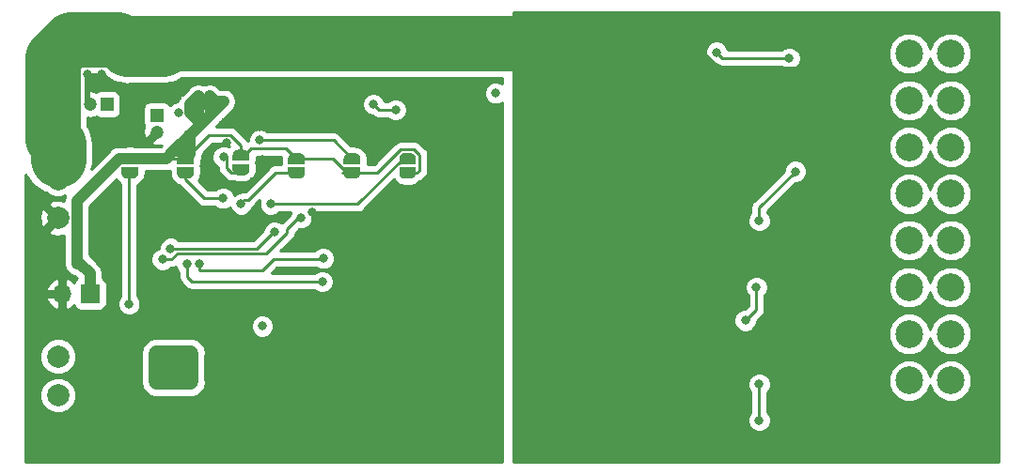
<source format=gbr>
G04 #@! TF.GenerationSoftware,KiCad,Pcbnew,5.0.0*
G04 #@! TF.CreationDate,2018-11-11T17:05:44-05:00*
G04 #@! TF.ProjectId,I2C_PWM_Driver,4932435F50574D5F4472697665722E6B,rev?*
G04 #@! TF.SameCoordinates,Original*
G04 #@! TF.FileFunction,Copper,L2,Bot,Signal*
G04 #@! TF.FilePolarity,Positive*
%FSLAX46Y46*%
G04 Gerber Fmt 4.6, Leading zero omitted, Abs format (unit mm)*
G04 Created by KiCad (PCBNEW 5.0.0) date Sun Nov 11 17:05:44 2018*
%MOMM*%
%LPD*%
G01*
G04 APERTURE LIST*
G04 #@! TA.AperFunction,ComponentPad*
%ADD10C,2.000000*%
G04 #@! TD*
G04 #@! TA.AperFunction,ComponentPad*
%ADD11R,1.700000X1.700000*%
G04 #@! TD*
G04 #@! TA.AperFunction,ComponentPad*
%ADD12O,1.700000X1.700000*%
G04 #@! TD*
G04 #@! TA.AperFunction,ComponentPad*
%ADD13C,2.500000*%
G04 #@! TD*
G04 #@! TA.AperFunction,ComponentPad*
%ADD14C,1.200000*%
G04 #@! TD*
G04 #@! TA.AperFunction,ComponentPad*
%ADD15R,1.200000X1.200000*%
G04 #@! TD*
G04 #@! TA.AperFunction,SMDPad,CuDef*
%ADD16C,0.500000*%
G04 #@! TD*
G04 #@! TA.AperFunction,Conductor*
%ADD17C,0.100000*%
G04 #@! TD*
G04 #@! TA.AperFunction,ViaPad*
%ADD18C,0.800000*%
G04 #@! TD*
G04 #@! TA.AperFunction,ViaPad*
%ADD19C,0.750000*%
G04 #@! TD*
G04 #@! TA.AperFunction,Conductor*
%ADD20C,0.500000*%
G04 #@! TD*
G04 #@! TA.AperFunction,Conductor*
%ADD21C,5.000000*%
G04 #@! TD*
G04 #@! TA.AperFunction,Conductor*
%ADD22C,0.250000*%
G04 #@! TD*
G04 #@! TA.AperFunction,Conductor*
%ADD23C,1.000000*%
G04 #@! TD*
G04 #@! TA.AperFunction,Conductor*
%ADD24C,1.500000*%
G04 #@! TD*
G04 #@! TA.AperFunction,Conductor*
%ADD25C,0.254000*%
G04 #@! TD*
G04 APERTURE END LIST*
D10*
G04 #@! TO.P,J1,1*
G04 #@! TO.N,+VDC*
X77600000Y-63750000D03*
G04 #@! TO.P,J1,2*
G04 #@! TO.N,GND*
X77600000Y-67250000D03*
G04 #@! TD*
G04 #@! TO.P,J3,1*
G04 #@! TO.N,SDA*
X77600000Y-79750000D03*
G04 #@! TO.P,J3,2*
G04 #@! TO.N,SCL*
X77600000Y-83250000D03*
G04 #@! TD*
D11*
G04 #@! TO.P,J2,1*
G04 #@! TO.N,VCC*
X80500000Y-74100000D03*
D12*
G04 #@! TO.P,J2,2*
G04 #@! TO.N,GND*
X77960000Y-74100000D03*
G04 #@! TD*
D13*
G04 #@! TO.P,J4,16*
G04 #@! TO.N,Out15*
X158000000Y-81928572D03*
G04 #@! TO.P,J4,15*
G04 #@! TO.N,Out14*
X158000000Y-77714282D03*
G04 #@! TO.P,J4,14*
G04 #@! TO.N,Out13*
X158000000Y-73499997D03*
G04 #@! TO.P,J4,13*
G04 #@! TO.N,Out12*
X158000000Y-69285712D03*
G04 #@! TO.P,J4,12*
G04 #@! TO.N,Out11*
X158000000Y-65071427D03*
G04 #@! TO.P,J4,11*
G04 #@! TO.N,Out10*
X158000000Y-60857142D03*
G04 #@! TO.P,J4,10*
G04 #@! TO.N,Out9*
X158000000Y-56642857D03*
G04 #@! TO.P,J4,9*
G04 #@! TO.N,Out8*
X158000000Y-52428572D03*
G04 #@! TO.P,J4,8*
G04 #@! TO.N,Out7*
X154250000Y-81928572D03*
G04 #@! TO.P,J4,7*
G04 #@! TO.N,Out6*
X154250000Y-77714282D03*
G04 #@! TO.P,J4,6*
G04 #@! TO.N,Out5*
X154250000Y-73499997D03*
G04 #@! TO.P,J4,5*
G04 #@! TO.N,Out4*
X154250000Y-69285712D03*
G04 #@! TO.P,J4,4*
G04 #@! TO.N,Out3*
X154250000Y-65071427D03*
G04 #@! TO.P,J4,3*
G04 #@! TO.N,Out2*
X154250000Y-60857142D03*
G04 #@! TO.P,J4,2*
G04 #@! TO.N,Out1*
X154250000Y-56642857D03*
G04 #@! TO.P,J4,1*
G04 #@! TO.N,Out0*
X154250000Y-52428572D03*
G04 #@! TD*
D14*
G04 #@! TO.P,C2,2*
G04 #@! TO.N,GND*
X80500000Y-57000000D03*
D15*
G04 #@! TO.P,C2,1*
G04 #@! TO.N,+VDC*
X82000000Y-57000000D03*
G04 #@! TD*
G04 #@! TO.P,C4,1*
G04 #@! TO.N,VCC*
X86500000Y-58000000D03*
D14*
G04 #@! TO.P,C4,2*
G04 #@! TO.N,GND*
X86500000Y-59500000D03*
G04 #@! TD*
D16*
G04 #@! TO.P,JP6,1*
G04 #@! TO.N,VCC*
X84079900Y-61900557D03*
D17*
G04 #@! TD*
G04 #@! TO.N,VCC*
G04 #@! TO.C,JP6*
G36*
X83329900Y-62400557D02*
X83329900Y-61900557D01*
X83330502Y-61900557D01*
X83330502Y-61876023D01*
X83335312Y-61827192D01*
X83344884Y-61779067D01*
X83359128Y-61732112D01*
X83377905Y-61686779D01*
X83401036Y-61643506D01*
X83428296Y-61602707D01*
X83459424Y-61564778D01*
X83494121Y-61530081D01*
X83532050Y-61498953D01*
X83572849Y-61471693D01*
X83616122Y-61448562D01*
X83661455Y-61429785D01*
X83708410Y-61415541D01*
X83756535Y-61405969D01*
X83805366Y-61401159D01*
X83829900Y-61401159D01*
X83829900Y-61400557D01*
X84329900Y-61400557D01*
X84329900Y-61401159D01*
X84354434Y-61401159D01*
X84403265Y-61405969D01*
X84451390Y-61415541D01*
X84498345Y-61429785D01*
X84543678Y-61448562D01*
X84586951Y-61471693D01*
X84627750Y-61498953D01*
X84665679Y-61530081D01*
X84700376Y-61564778D01*
X84731504Y-61602707D01*
X84758764Y-61643506D01*
X84781895Y-61686779D01*
X84800672Y-61732112D01*
X84814916Y-61779067D01*
X84824488Y-61827192D01*
X84829298Y-61876023D01*
X84829298Y-61900557D01*
X84829900Y-61900557D01*
X84829900Y-62400557D01*
X83329900Y-62400557D01*
X83329900Y-62400557D01*
G37*
D16*
G04 #@! TO.P,JP6,2*
G04 #@! TO.N,A5*
X84079900Y-63200557D03*
D17*
G04 #@! TD*
G04 #@! TO.N,A5*
G04 #@! TO.C,JP6*
G36*
X84829298Y-63200557D02*
X84829298Y-63225091D01*
X84824488Y-63273922D01*
X84814916Y-63322047D01*
X84800672Y-63369002D01*
X84781895Y-63414335D01*
X84758764Y-63457608D01*
X84731504Y-63498407D01*
X84700376Y-63536336D01*
X84665679Y-63571033D01*
X84627750Y-63602161D01*
X84586951Y-63629421D01*
X84543678Y-63652552D01*
X84498345Y-63671329D01*
X84451390Y-63685573D01*
X84403265Y-63695145D01*
X84354434Y-63699955D01*
X84329900Y-63699955D01*
X84329900Y-63700557D01*
X83829900Y-63700557D01*
X83829900Y-63699955D01*
X83805366Y-63699955D01*
X83756535Y-63695145D01*
X83708410Y-63685573D01*
X83661455Y-63671329D01*
X83616122Y-63652552D01*
X83572849Y-63629421D01*
X83532050Y-63602161D01*
X83494121Y-63571033D01*
X83459424Y-63536336D01*
X83428296Y-63498407D01*
X83401036Y-63457608D01*
X83377905Y-63414335D01*
X83359128Y-63369002D01*
X83344884Y-63322047D01*
X83335312Y-63273922D01*
X83330502Y-63225091D01*
X83330502Y-63200557D01*
X83329900Y-63200557D01*
X83329900Y-62700557D01*
X84829900Y-62700557D01*
X84829900Y-63200557D01*
X84829298Y-63200557D01*
X84829298Y-63200557D01*
G37*
D16*
G04 #@! TO.P,JP5,2*
G04 #@! TO.N,A4*
X89079900Y-63200557D03*
D17*
G04 #@! TD*
G04 #@! TO.N,A4*
G04 #@! TO.C,JP5*
G36*
X89829298Y-63200557D02*
X89829298Y-63225091D01*
X89824488Y-63273922D01*
X89814916Y-63322047D01*
X89800672Y-63369002D01*
X89781895Y-63414335D01*
X89758764Y-63457608D01*
X89731504Y-63498407D01*
X89700376Y-63536336D01*
X89665679Y-63571033D01*
X89627750Y-63602161D01*
X89586951Y-63629421D01*
X89543678Y-63652552D01*
X89498345Y-63671329D01*
X89451390Y-63685573D01*
X89403265Y-63695145D01*
X89354434Y-63699955D01*
X89329900Y-63699955D01*
X89329900Y-63700557D01*
X88829900Y-63700557D01*
X88829900Y-63699955D01*
X88805366Y-63699955D01*
X88756535Y-63695145D01*
X88708410Y-63685573D01*
X88661455Y-63671329D01*
X88616122Y-63652552D01*
X88572849Y-63629421D01*
X88532050Y-63602161D01*
X88494121Y-63571033D01*
X88459424Y-63536336D01*
X88428296Y-63498407D01*
X88401036Y-63457608D01*
X88377905Y-63414335D01*
X88359128Y-63369002D01*
X88344884Y-63322047D01*
X88335312Y-63273922D01*
X88330502Y-63225091D01*
X88330502Y-63200557D01*
X88329900Y-63200557D01*
X88329900Y-62700557D01*
X89829900Y-62700557D01*
X89829900Y-63200557D01*
X89829298Y-63200557D01*
X89829298Y-63200557D01*
G37*
D16*
G04 #@! TO.P,JP5,1*
G04 #@! TO.N,VCC*
X89079900Y-61900557D03*
D17*
G04 #@! TD*
G04 #@! TO.N,VCC*
G04 #@! TO.C,JP5*
G36*
X88329900Y-62400557D02*
X88329900Y-61900557D01*
X88330502Y-61900557D01*
X88330502Y-61876023D01*
X88335312Y-61827192D01*
X88344884Y-61779067D01*
X88359128Y-61732112D01*
X88377905Y-61686779D01*
X88401036Y-61643506D01*
X88428296Y-61602707D01*
X88459424Y-61564778D01*
X88494121Y-61530081D01*
X88532050Y-61498953D01*
X88572849Y-61471693D01*
X88616122Y-61448562D01*
X88661455Y-61429785D01*
X88708410Y-61415541D01*
X88756535Y-61405969D01*
X88805366Y-61401159D01*
X88829900Y-61401159D01*
X88829900Y-61400557D01*
X89329900Y-61400557D01*
X89329900Y-61401159D01*
X89354434Y-61401159D01*
X89403265Y-61405969D01*
X89451390Y-61415541D01*
X89498345Y-61429785D01*
X89543678Y-61448562D01*
X89586951Y-61471693D01*
X89627750Y-61498953D01*
X89665679Y-61530081D01*
X89700376Y-61564778D01*
X89731504Y-61602707D01*
X89758764Y-61643506D01*
X89781895Y-61686779D01*
X89800672Y-61732112D01*
X89814916Y-61779067D01*
X89824488Y-61827192D01*
X89829298Y-61876023D01*
X89829298Y-61900557D01*
X89829900Y-61900557D01*
X89829900Y-62400557D01*
X88329900Y-62400557D01*
X88329900Y-62400557D01*
G37*
D16*
G04 #@! TO.P,JP3,1*
G04 #@! TO.N,VCC*
X99079900Y-61900557D03*
D17*
G04 #@! TD*
G04 #@! TO.N,VCC*
G04 #@! TO.C,JP3*
G36*
X98329900Y-62400557D02*
X98329900Y-61900557D01*
X98330502Y-61900557D01*
X98330502Y-61876023D01*
X98335312Y-61827192D01*
X98344884Y-61779067D01*
X98359128Y-61732112D01*
X98377905Y-61686779D01*
X98401036Y-61643506D01*
X98428296Y-61602707D01*
X98459424Y-61564778D01*
X98494121Y-61530081D01*
X98532050Y-61498953D01*
X98572849Y-61471693D01*
X98616122Y-61448562D01*
X98661455Y-61429785D01*
X98708410Y-61415541D01*
X98756535Y-61405969D01*
X98805366Y-61401159D01*
X98829900Y-61401159D01*
X98829900Y-61400557D01*
X99329900Y-61400557D01*
X99329900Y-61401159D01*
X99354434Y-61401159D01*
X99403265Y-61405969D01*
X99451390Y-61415541D01*
X99498345Y-61429785D01*
X99543678Y-61448562D01*
X99586951Y-61471693D01*
X99627750Y-61498953D01*
X99665679Y-61530081D01*
X99700376Y-61564778D01*
X99731504Y-61602707D01*
X99758764Y-61643506D01*
X99781895Y-61686779D01*
X99800672Y-61732112D01*
X99814916Y-61779067D01*
X99824488Y-61827192D01*
X99829298Y-61876023D01*
X99829298Y-61900557D01*
X99829900Y-61900557D01*
X99829900Y-62400557D01*
X98329900Y-62400557D01*
X98329900Y-62400557D01*
G37*
D16*
G04 #@! TO.P,JP3,2*
G04 #@! TO.N,A2*
X99079900Y-63200557D03*
D17*
G04 #@! TD*
G04 #@! TO.N,A2*
G04 #@! TO.C,JP3*
G36*
X99829298Y-63200557D02*
X99829298Y-63225091D01*
X99824488Y-63273922D01*
X99814916Y-63322047D01*
X99800672Y-63369002D01*
X99781895Y-63414335D01*
X99758764Y-63457608D01*
X99731504Y-63498407D01*
X99700376Y-63536336D01*
X99665679Y-63571033D01*
X99627750Y-63602161D01*
X99586951Y-63629421D01*
X99543678Y-63652552D01*
X99498345Y-63671329D01*
X99451390Y-63685573D01*
X99403265Y-63695145D01*
X99354434Y-63699955D01*
X99329900Y-63699955D01*
X99329900Y-63700557D01*
X98829900Y-63700557D01*
X98829900Y-63699955D01*
X98805366Y-63699955D01*
X98756535Y-63695145D01*
X98708410Y-63685573D01*
X98661455Y-63671329D01*
X98616122Y-63652552D01*
X98572849Y-63629421D01*
X98532050Y-63602161D01*
X98494121Y-63571033D01*
X98459424Y-63536336D01*
X98428296Y-63498407D01*
X98401036Y-63457608D01*
X98377905Y-63414335D01*
X98359128Y-63369002D01*
X98344884Y-63322047D01*
X98335312Y-63273922D01*
X98330502Y-63225091D01*
X98330502Y-63200557D01*
X98329900Y-63200557D01*
X98329900Y-62700557D01*
X99829900Y-62700557D01*
X99829900Y-63200557D01*
X99829298Y-63200557D01*
X99829298Y-63200557D01*
G37*
D16*
G04 #@! TO.P,JP2,2*
G04 #@! TO.N,A1*
X104079900Y-61900557D03*
D17*
G04 #@! TD*
G04 #@! TO.N,A1*
G04 #@! TO.C,JP2*
G36*
X103330502Y-61900557D02*
X103330502Y-61876023D01*
X103335312Y-61827192D01*
X103344884Y-61779067D01*
X103359128Y-61732112D01*
X103377905Y-61686779D01*
X103401036Y-61643506D01*
X103428296Y-61602707D01*
X103459424Y-61564778D01*
X103494121Y-61530081D01*
X103532050Y-61498953D01*
X103572849Y-61471693D01*
X103616122Y-61448562D01*
X103661455Y-61429785D01*
X103708410Y-61415541D01*
X103756535Y-61405969D01*
X103805366Y-61401159D01*
X103829900Y-61401159D01*
X103829900Y-61400557D01*
X104329900Y-61400557D01*
X104329900Y-61401159D01*
X104354434Y-61401159D01*
X104403265Y-61405969D01*
X104451390Y-61415541D01*
X104498345Y-61429785D01*
X104543678Y-61448562D01*
X104586951Y-61471693D01*
X104627750Y-61498953D01*
X104665679Y-61530081D01*
X104700376Y-61564778D01*
X104731504Y-61602707D01*
X104758764Y-61643506D01*
X104781895Y-61686779D01*
X104800672Y-61732112D01*
X104814916Y-61779067D01*
X104824488Y-61827192D01*
X104829298Y-61876023D01*
X104829298Y-61900557D01*
X104829900Y-61900557D01*
X104829900Y-62400557D01*
X103329900Y-62400557D01*
X103329900Y-61900557D01*
X103330502Y-61900557D01*
X103330502Y-61900557D01*
G37*
D16*
G04 #@! TO.P,JP2,1*
G04 #@! TO.N,VCC*
X104079900Y-63200557D03*
D17*
G04 #@! TD*
G04 #@! TO.N,VCC*
G04 #@! TO.C,JP2*
G36*
X104829900Y-62700557D02*
X104829900Y-63200557D01*
X104829298Y-63200557D01*
X104829298Y-63225091D01*
X104824488Y-63273922D01*
X104814916Y-63322047D01*
X104800672Y-63369002D01*
X104781895Y-63414335D01*
X104758764Y-63457608D01*
X104731504Y-63498407D01*
X104700376Y-63536336D01*
X104665679Y-63571033D01*
X104627750Y-63602161D01*
X104586951Y-63629421D01*
X104543678Y-63652552D01*
X104498345Y-63671329D01*
X104451390Y-63685573D01*
X104403265Y-63695145D01*
X104354434Y-63699955D01*
X104329900Y-63699955D01*
X104329900Y-63700557D01*
X103829900Y-63700557D01*
X103829900Y-63699955D01*
X103805366Y-63699955D01*
X103756535Y-63695145D01*
X103708410Y-63685573D01*
X103661455Y-63671329D01*
X103616122Y-63652552D01*
X103572849Y-63629421D01*
X103532050Y-63602161D01*
X103494121Y-63571033D01*
X103459424Y-63536336D01*
X103428296Y-63498407D01*
X103401036Y-63457608D01*
X103377905Y-63414335D01*
X103359128Y-63369002D01*
X103344884Y-63322047D01*
X103335312Y-63273922D01*
X103330502Y-63225091D01*
X103330502Y-63200557D01*
X103329900Y-63200557D01*
X103329900Y-62700557D01*
X104829900Y-62700557D01*
X104829900Y-62700557D01*
G37*
D16*
G04 #@! TO.P,JP1,1*
G04 #@! TO.N,VCC*
X109079900Y-63200557D03*
D17*
G04 #@! TD*
G04 #@! TO.N,VCC*
G04 #@! TO.C,JP1*
G36*
X109829900Y-62700557D02*
X109829900Y-63200557D01*
X109829298Y-63200557D01*
X109829298Y-63225091D01*
X109824488Y-63273922D01*
X109814916Y-63322047D01*
X109800672Y-63369002D01*
X109781895Y-63414335D01*
X109758764Y-63457608D01*
X109731504Y-63498407D01*
X109700376Y-63536336D01*
X109665679Y-63571033D01*
X109627750Y-63602161D01*
X109586951Y-63629421D01*
X109543678Y-63652552D01*
X109498345Y-63671329D01*
X109451390Y-63685573D01*
X109403265Y-63695145D01*
X109354434Y-63699955D01*
X109329900Y-63699955D01*
X109329900Y-63700557D01*
X108829900Y-63700557D01*
X108829900Y-63699955D01*
X108805366Y-63699955D01*
X108756535Y-63695145D01*
X108708410Y-63685573D01*
X108661455Y-63671329D01*
X108616122Y-63652552D01*
X108572849Y-63629421D01*
X108532050Y-63602161D01*
X108494121Y-63571033D01*
X108459424Y-63536336D01*
X108428296Y-63498407D01*
X108401036Y-63457608D01*
X108377905Y-63414335D01*
X108359128Y-63369002D01*
X108344884Y-63322047D01*
X108335312Y-63273922D01*
X108330502Y-63225091D01*
X108330502Y-63200557D01*
X108329900Y-63200557D01*
X108329900Y-62700557D01*
X109829900Y-62700557D01*
X109829900Y-62700557D01*
G37*
D16*
G04 #@! TO.P,JP1,2*
G04 #@! TO.N,A0*
X109079900Y-61900557D03*
D17*
G04 #@! TD*
G04 #@! TO.N,A0*
G04 #@! TO.C,JP1*
G36*
X108330502Y-61900557D02*
X108330502Y-61876023D01*
X108335312Y-61827192D01*
X108344884Y-61779067D01*
X108359128Y-61732112D01*
X108377905Y-61686779D01*
X108401036Y-61643506D01*
X108428296Y-61602707D01*
X108459424Y-61564778D01*
X108494121Y-61530081D01*
X108532050Y-61498953D01*
X108572849Y-61471693D01*
X108616122Y-61448562D01*
X108661455Y-61429785D01*
X108708410Y-61415541D01*
X108756535Y-61405969D01*
X108805366Y-61401159D01*
X108829900Y-61401159D01*
X108829900Y-61400557D01*
X109329900Y-61400557D01*
X109329900Y-61401159D01*
X109354434Y-61401159D01*
X109403265Y-61405969D01*
X109451390Y-61415541D01*
X109498345Y-61429785D01*
X109543678Y-61448562D01*
X109586951Y-61471693D01*
X109627750Y-61498953D01*
X109665679Y-61530081D01*
X109700376Y-61564778D01*
X109731504Y-61602707D01*
X109758764Y-61643506D01*
X109781895Y-61686779D01*
X109800672Y-61732112D01*
X109814916Y-61779067D01*
X109824488Y-61827192D01*
X109829298Y-61876023D01*
X109829298Y-61900557D01*
X109829900Y-61900557D01*
X109829900Y-62400557D01*
X108329900Y-62400557D01*
X108329900Y-61900557D01*
X108330502Y-61900557D01*
X108330502Y-61900557D01*
G37*
D16*
G04 #@! TO.P,JP4,2*
G04 #@! TO.N,A3*
X94079900Y-62900000D03*
D17*
G04 #@! TD*
G04 #@! TO.N,A3*
G04 #@! TO.C,JP4*
G36*
X94829298Y-62900000D02*
X94829298Y-62924534D01*
X94824488Y-62973365D01*
X94814916Y-63021490D01*
X94800672Y-63068445D01*
X94781895Y-63113778D01*
X94758764Y-63157051D01*
X94731504Y-63197850D01*
X94700376Y-63235779D01*
X94665679Y-63270476D01*
X94627750Y-63301604D01*
X94586951Y-63328864D01*
X94543678Y-63351995D01*
X94498345Y-63370772D01*
X94451390Y-63385016D01*
X94403265Y-63394588D01*
X94354434Y-63399398D01*
X94329900Y-63399398D01*
X94329900Y-63400000D01*
X93829900Y-63400000D01*
X93829900Y-63399398D01*
X93805366Y-63399398D01*
X93756535Y-63394588D01*
X93708410Y-63385016D01*
X93661455Y-63370772D01*
X93616122Y-63351995D01*
X93572849Y-63328864D01*
X93532050Y-63301604D01*
X93494121Y-63270476D01*
X93459424Y-63235779D01*
X93428296Y-63197850D01*
X93401036Y-63157051D01*
X93377905Y-63113778D01*
X93359128Y-63068445D01*
X93344884Y-63021490D01*
X93335312Y-62973365D01*
X93330502Y-62924534D01*
X93330502Y-62900000D01*
X93329900Y-62900000D01*
X93329900Y-62400000D01*
X94829900Y-62400000D01*
X94829900Y-62900000D01*
X94829298Y-62900000D01*
X94829298Y-62900000D01*
G37*
D16*
G04 #@! TO.P,JP4,1*
G04 #@! TO.N,VCC*
X94079900Y-61600000D03*
D17*
G04 #@! TD*
G04 #@! TO.N,VCC*
G04 #@! TO.C,JP4*
G36*
X93329900Y-62100000D02*
X93329900Y-61600000D01*
X93330502Y-61600000D01*
X93330502Y-61575466D01*
X93335312Y-61526635D01*
X93344884Y-61478510D01*
X93359128Y-61431555D01*
X93377905Y-61386222D01*
X93401036Y-61342949D01*
X93428296Y-61302150D01*
X93459424Y-61264221D01*
X93494121Y-61229524D01*
X93532050Y-61198396D01*
X93572849Y-61171136D01*
X93616122Y-61148005D01*
X93661455Y-61129228D01*
X93708410Y-61114984D01*
X93756535Y-61105412D01*
X93805366Y-61100602D01*
X93829900Y-61100602D01*
X93829900Y-61100000D01*
X94329900Y-61100000D01*
X94329900Y-61100602D01*
X94354434Y-61100602D01*
X94403265Y-61105412D01*
X94451390Y-61114984D01*
X94498345Y-61129228D01*
X94543678Y-61148005D01*
X94586951Y-61171136D01*
X94627750Y-61198396D01*
X94665679Y-61229524D01*
X94700376Y-61264221D01*
X94731504Y-61302150D01*
X94758764Y-61342949D01*
X94781895Y-61386222D01*
X94800672Y-61431555D01*
X94814916Y-61478510D01*
X94824488Y-61526635D01*
X94829298Y-61575466D01*
X94829298Y-61600000D01*
X94829900Y-61600000D01*
X94829900Y-62100000D01*
X93329900Y-62100000D01*
X93329900Y-62100000D01*
G37*
D18*
G04 #@! TO.N,GND*
X96000000Y-62000000D03*
X99000000Y-55500000D03*
X112000000Y-56500000D03*
X117000000Y-83000000D03*
X80250000Y-54250000D03*
X81500000Y-54250000D03*
X95750000Y-59000000D03*
X112750000Y-64750000D03*
X108250000Y-65000000D03*
X100500000Y-66750000D03*
X87000000Y-66000000D03*
X92000000Y-78750000D03*
X93250000Y-74250000D03*
X97000000Y-76250000D03*
X100500000Y-75000000D03*
X106500000Y-74500000D03*
X107500000Y-74500000D03*
X115000000Y-74000000D03*
X92750000Y-60500000D03*
X108000000Y-84000000D03*
G04 #@! TO.N,+VDC*
X83500000Y-50000000D03*
X120000000Y-56000000D03*
X117000000Y-56000000D03*
X146150000Y-56100000D03*
X143850000Y-56100000D03*
X149000000Y-53000000D03*
X98500000Y-50500000D03*
X87000000Y-51000000D03*
X88000000Y-51000000D03*
X88000000Y-52000000D03*
X87000000Y-52000000D03*
X88000000Y-53000000D03*
X87000000Y-53000000D03*
X136000000Y-64000000D03*
X136000000Y-65000000D03*
X133000000Y-65000000D03*
X141000000Y-64000000D03*
X144000000Y-65000000D03*
X128000000Y-65000000D03*
X122000000Y-66000000D03*
X121000000Y-66000000D03*
X120000000Y-66000000D03*
X119000000Y-66000000D03*
X119500000Y-73125010D03*
X128000000Y-74000000D03*
X122500000Y-74500000D03*
X125750000Y-73750000D03*
X136000000Y-73000000D03*
X136000000Y-74000000D03*
X144000000Y-74000000D03*
X144000000Y-73000000D03*
X144000000Y-82000000D03*
X144000000Y-83000000D03*
X136000000Y-83000000D03*
X133000000Y-83000000D03*
X128000000Y-83000000D03*
X125000000Y-83000000D03*
X120000000Y-83000000D03*
X125000000Y-65000000D03*
X128000000Y-55000000D03*
X128000000Y-55937500D03*
X136250000Y-55250000D03*
X135511998Y-55500000D03*
X120000000Y-82000000D03*
X120250000Y-74750000D03*
G04 #@! TO.N,Sig10*
X87000000Y-71000000D03*
X99500000Y-67250000D03*
G04 #@! TO.N,Sig11*
X87750000Y-70000000D03*
X97100000Y-68500000D03*
G04 #@! TO.N,Sig12*
X101400000Y-73000000D03*
X89200000Y-71400000D03*
G04 #@! TO.N,Sig13*
X90300000Y-71400000D03*
X101500000Y-70900000D03*
G04 #@! TO.N,A5*
X84000000Y-75000000D03*
G04 #@! TO.N,A4*
X92478957Y-65478957D03*
G04 #@! TO.N,A3*
X92500000Y-61750000D03*
G04 #@! TO.N,A2*
X94100000Y-66000000D03*
G04 #@! TO.N,A1*
X95750000Y-60250000D03*
G04 #@! TO.N,A0*
X96750000Y-66000000D03*
G04 #@! TO.N,Sig1*
X106000000Y-57000000D03*
X108000000Y-57500000D03*
G04 #@! TO.N,VCC*
X87500000Y-79500000D03*
X88500000Y-79500000D03*
X89500000Y-79500000D03*
X86500000Y-82000000D03*
X87800000Y-61250000D03*
X89300000Y-59700000D03*
X91250000Y-56250000D03*
X92300000Y-56700000D03*
X87500000Y-82000000D03*
X88500000Y-82000000D03*
X89500000Y-82000000D03*
X86500000Y-79500000D03*
X91300000Y-57700000D03*
X90300000Y-58700000D03*
X90250000Y-56250000D03*
X89500000Y-57750000D03*
X88500000Y-57750000D03*
X96000000Y-77000000D03*
G04 #@! TO.N,GND*
X102000000Y-83750000D03*
D19*
X94500000Y-55750000D03*
X95200000Y-63900000D03*
D18*
G04 #@! TO.N,Net-(Q14-Pad1)*
X140750000Y-67500000D03*
X144000000Y-63050000D03*
G04 #@! TO.N,Net-(Q30-Pad1)*
X140750000Y-82250000D03*
X140750000Y-85500000D03*
G04 #@! TO.N,Net-(Q22-Pad1)*
X140500000Y-73500000D03*
X139500000Y-76500000D03*
G04 #@! TO.N,Net-(Q6-Pad1)*
X143450000Y-52850000D03*
X136900000Y-52300000D03*
G04 #@! TD*
D20*
G04 #@! TO.N,GND*
X80250000Y-56750000D02*
X80500000Y-57000000D01*
X80250000Y-54250000D02*
X80250000Y-56750000D01*
D21*
G04 #@! TO.N,+VDC*
X136111998Y-56100000D02*
X135511998Y-55500000D01*
X145584315Y-56100000D02*
X146150000Y-56100000D01*
X131511998Y-51500000D02*
X136111998Y-56100000D01*
X98000000Y-51500000D02*
X131511998Y-51500000D01*
X146150000Y-56100000D02*
X146150000Y-55850000D01*
X149000000Y-53250000D02*
X146150000Y-56100000D01*
X149000000Y-53000000D02*
X149000000Y-53250000D01*
X98000000Y-51500000D02*
X88000000Y-51500000D01*
X88000000Y-51500000D02*
X84500000Y-51500000D01*
X88000000Y-51500000D02*
X88000000Y-51500000D01*
X88000000Y-51500000D02*
X88000000Y-51500000D01*
X88000000Y-51500000D02*
X88000000Y-51500000D01*
X88000000Y-51500000D02*
X88000000Y-51500000D01*
X136111998Y-56100000D02*
X145584315Y-56100000D01*
X135511998Y-55500000D02*
X136111998Y-56100000D01*
D22*
X78934315Y-61500000D02*
X79500000Y-61500000D01*
X77114998Y-61500000D02*
X78934315Y-61500000D01*
D21*
X77600000Y-60585787D02*
X77600000Y-62000000D01*
X77149999Y-60135786D02*
X77600000Y-60585787D01*
X77149999Y-52761999D02*
X77149999Y-60135786D01*
X78761999Y-51149999D02*
X77149999Y-52761999D01*
X82988001Y-51149999D02*
X78761999Y-51149999D01*
X83838002Y-52000000D02*
X82988001Y-51149999D01*
X87000000Y-52000000D02*
X83838002Y-52000000D01*
D22*
G04 #@! TO.N,Sig11*
X95500000Y-70000000D02*
X97000000Y-68500000D01*
G04 #@! TO.N,Sig12*
X101500000Y-73000000D02*
X89684315Y-73000000D01*
X89250000Y-72565685D02*
X89250000Y-71750000D01*
X89684315Y-73000000D02*
X89250000Y-72565685D01*
G04 #@! TO.N,Sig13*
X101500000Y-71000000D02*
X97000000Y-71000000D01*
X97000000Y-71000000D02*
X96000000Y-72000000D01*
G04 #@! TO.N,A5*
X84000000Y-63280457D02*
X84079900Y-63200557D01*
X84000000Y-75000000D02*
X84000000Y-63280457D01*
G04 #@! TO.N,A4*
X91913272Y-65478957D02*
X92478957Y-65478957D01*
X90758300Y-65478957D02*
X91913272Y-65478957D01*
X89079900Y-63800557D02*
X90758300Y-65478957D01*
X89079900Y-63200557D02*
X89079900Y-63800557D01*
G04 #@! TO.N,A3*
X92750000Y-62718249D02*
X93232308Y-63200557D01*
X93232308Y-63200557D02*
X94079900Y-63200557D01*
X92750000Y-61750000D02*
X92750000Y-62718249D01*
G04 #@! TO.N,A1*
X102429343Y-60250000D02*
X104079900Y-61900557D01*
X95750000Y-60250000D02*
X102429343Y-60250000D01*
G04 #@! TO.N,A0*
X108670264Y-61900557D02*
X109079900Y-61900557D01*
X104570821Y-66000000D02*
X108670264Y-61900557D01*
X96750000Y-66000000D02*
X104570821Y-66000000D01*
G04 #@! TO.N,Sig1*
X106500000Y-57500000D02*
X106000000Y-57000000D01*
X108000000Y-57500000D02*
X106500000Y-57500000D01*
D23*
G04 #@! TO.N,VCC*
X89269543Y-61250000D02*
X89500000Y-61480457D01*
X88000000Y-61250000D02*
X89269543Y-61250000D01*
X87349443Y-61900557D02*
X88000000Y-61250000D01*
X84079900Y-61900557D02*
X87349443Y-61900557D01*
D20*
X88429343Y-61250000D02*
X89079900Y-61900557D01*
X88000000Y-61250000D02*
X88429343Y-61250000D01*
D23*
X91750000Y-56750000D02*
X91250000Y-56250000D01*
X92500000Y-56750000D02*
X91750000Y-56750000D01*
X92500000Y-56750000D02*
X89500000Y-59750000D01*
X89500000Y-59750000D02*
X88000000Y-61250000D01*
X89500000Y-59750000D02*
X89500000Y-61480457D01*
X91500000Y-57500000D02*
X90250000Y-56250000D01*
X91500000Y-57750000D02*
X91500000Y-57500000D01*
X90500000Y-58750000D02*
X89500000Y-57750000D01*
X90250000Y-58500000D02*
X90500000Y-58750000D01*
X90250000Y-56250000D02*
X90250000Y-58500000D01*
D22*
X103232308Y-63200557D02*
X104079900Y-63200557D01*
X84079900Y-61900557D02*
X89079900Y-61900557D01*
X103670264Y-63200557D02*
X104079900Y-63200557D01*
X102370264Y-61900557D02*
X103670264Y-63200557D01*
X99079900Y-61900557D02*
X102370264Y-61900557D01*
X110154910Y-62973139D02*
X109927492Y-63200557D01*
X109927492Y-63200557D02*
X109079900Y-63200557D01*
X110154910Y-61562229D02*
X110154910Y-62973139D01*
X109668228Y-61075547D02*
X110154910Y-61562229D01*
X108491572Y-61075547D02*
X109668228Y-61075547D01*
X106366562Y-63200557D02*
X108491572Y-61075547D01*
X104079900Y-63200557D02*
X106366562Y-63200557D01*
D23*
X83139934Y-61900557D02*
X79300001Y-65740490D01*
X79300001Y-65740490D02*
X79300001Y-71349999D01*
X84079900Y-61900557D02*
X83139934Y-61900557D01*
X89500000Y-57000000D02*
X90250000Y-56250000D01*
X89500000Y-57750000D02*
X89500000Y-57000000D01*
X89500000Y-61480457D02*
X89079900Y-61900557D01*
D24*
X86500000Y-79500000D02*
X86500000Y-82000000D01*
X87500000Y-82000000D02*
X87500000Y-79500000D01*
X88500000Y-79500000D02*
X88500000Y-82000000D01*
X89500000Y-82000000D02*
X89500000Y-79500000D01*
X89500000Y-79500000D02*
X86500000Y-79500000D01*
X86500000Y-82000000D02*
X89500000Y-82000000D01*
D22*
X94604674Y-61375783D02*
X94079900Y-61900557D01*
X95005456Y-60975001D02*
X94604674Y-61375783D01*
X98154344Y-60975001D02*
X95005456Y-60975001D01*
X99079900Y-61900557D02*
X98154344Y-60975001D01*
G04 #@! TO.N,Sig10*
X98250000Y-68250000D02*
X99250000Y-67250000D01*
X98250000Y-68565685D02*
X98250000Y-68250000D01*
X87565685Y-71000000D02*
X87000000Y-71000000D01*
X87823002Y-71000000D02*
X87565685Y-71000000D01*
X96365675Y-70450010D02*
X88372992Y-70450010D01*
X88372992Y-70450010D02*
X87823002Y-71000000D01*
X98250000Y-68565685D02*
X96365675Y-70450010D01*
G04 #@! TO.N,Sig11*
X88000000Y-70000000D02*
X88250000Y-70000000D01*
X87750000Y-70000000D02*
X88250000Y-70000000D01*
X88250000Y-70000000D02*
X95500000Y-70000000D01*
G04 #@! TO.N,Sig12*
X89100000Y-71600000D02*
X89250000Y-71750000D01*
X89100000Y-71400000D02*
X89100000Y-71600000D01*
G04 #@! TO.N,Sig13*
X90334315Y-72000000D02*
X96000000Y-72000000D01*
X90300000Y-71965685D02*
X90334315Y-72000000D01*
X90300000Y-71400000D02*
X90300000Y-71965685D01*
G04 #@! TO.N,A2*
X97163033Y-63200557D02*
X98232308Y-63200557D01*
X94763589Y-65600001D02*
X97163033Y-63200557D01*
X98232308Y-63200557D02*
X99079900Y-63200557D01*
X94399999Y-65600001D02*
X94763589Y-65600001D01*
X94000000Y-66000000D02*
X94399999Y-65600001D01*
G04 #@! TO.N,VCC*
X89604674Y-61375783D02*
X89079900Y-61900557D01*
X91205458Y-59774999D02*
X89604674Y-61375783D01*
X93098001Y-59774999D02*
X91205458Y-59774999D01*
X94079900Y-60756898D02*
X93098001Y-59774999D01*
X94079900Y-61600000D02*
X94079900Y-60756898D01*
D23*
X80500000Y-72250000D02*
X80500000Y-74100000D01*
X79599999Y-71349999D02*
X80500000Y-72250000D01*
X79300001Y-71349999D02*
X79599999Y-71349999D01*
D22*
G04 #@! TO.N,Net-(Q14-Pad1)*
X140750000Y-66300000D02*
X144000000Y-63050000D01*
X140750000Y-67500000D02*
X140750000Y-66300000D01*
G04 #@! TO.N,Net-(Q30-Pad1)*
X140750000Y-82250000D02*
X140750000Y-85500000D01*
G04 #@! TO.N,Net-(Q22-Pad1)*
X139500000Y-76500000D02*
X140500000Y-75500000D01*
X140500000Y-75500000D02*
X140500000Y-73500000D01*
G04 #@! TO.N,Net-(Q6-Pad1)*
X137450000Y-52850000D02*
X136900000Y-52300000D01*
X143450000Y-52850000D02*
X137450000Y-52850000D01*
G04 #@! TD*
D25*
G04 #@! TO.N,GND*
G36*
X82614786Y-54953105D02*
X83529233Y-55135000D01*
X83529234Y-55135000D01*
X83838002Y-55196418D01*
X84146770Y-55135000D01*
X87308769Y-55135000D01*
X88223216Y-54953105D01*
X88699294Y-54635000D01*
X117623000Y-54635000D01*
X117623000Y-55159289D01*
X117586280Y-55122569D01*
X117205874Y-54965000D01*
X116794126Y-54965000D01*
X116413720Y-55122569D01*
X116122569Y-55413720D01*
X115965000Y-55794126D01*
X115965000Y-56205874D01*
X116122569Y-56586280D01*
X116413720Y-56877431D01*
X116794126Y-57035000D01*
X117205874Y-57035000D01*
X117586280Y-56877431D01*
X117623000Y-56840711D01*
X117623000Y-89290000D01*
X74710000Y-89290000D01*
X74710000Y-82924778D01*
X75965000Y-82924778D01*
X75965000Y-83575222D01*
X76213914Y-84176153D01*
X76673847Y-84636086D01*
X77274778Y-84885000D01*
X77925222Y-84885000D01*
X78526153Y-84636086D01*
X78986086Y-84176153D01*
X79235000Y-83575222D01*
X79235000Y-82924778D01*
X78986086Y-82323847D01*
X78526153Y-81863914D01*
X77925222Y-81615000D01*
X77274778Y-81615000D01*
X76673847Y-81863914D01*
X76213914Y-82323847D01*
X75965000Y-82924778D01*
X74710000Y-82924778D01*
X74710000Y-79424778D01*
X75965000Y-79424778D01*
X75965000Y-80075222D01*
X76213914Y-80676153D01*
X76673847Y-81136086D01*
X77274778Y-81385000D01*
X77925222Y-81385000D01*
X78526153Y-81136086D01*
X78986086Y-80676153D01*
X79235000Y-80075222D01*
X79235000Y-79500000D01*
X85087867Y-79500000D01*
X85115000Y-79636408D01*
X85115001Y-81863588D01*
X85087867Y-82000000D01*
X85195359Y-82540400D01*
X85501471Y-82998529D01*
X85959600Y-83304641D01*
X86363593Y-83385000D01*
X86500000Y-83412133D01*
X86636407Y-83385000D01*
X87363593Y-83385000D01*
X87500000Y-83412133D01*
X87636407Y-83385000D01*
X88363593Y-83385000D01*
X88500000Y-83412133D01*
X88636407Y-83385000D01*
X89363593Y-83385000D01*
X89500000Y-83412133D01*
X89636407Y-83385000D01*
X90040400Y-83304641D01*
X90498529Y-82998529D01*
X90804641Y-82540400D01*
X90912133Y-82000000D01*
X90885000Y-81863593D01*
X90885000Y-79636407D01*
X90912133Y-79500000D01*
X90804641Y-78959600D01*
X90498529Y-78501471D01*
X90040400Y-78195359D01*
X89636407Y-78115000D01*
X89500000Y-78087867D01*
X89363593Y-78115000D01*
X88636407Y-78115000D01*
X88500000Y-78087867D01*
X88363593Y-78115000D01*
X87636407Y-78115000D01*
X87500000Y-78087867D01*
X87363593Y-78115000D01*
X86636407Y-78115000D01*
X86500000Y-78087867D01*
X86363593Y-78115000D01*
X85959600Y-78195359D01*
X85501471Y-78501471D01*
X85195359Y-78959600D01*
X85087867Y-79500000D01*
X79235000Y-79500000D01*
X79235000Y-79424778D01*
X78986086Y-78823847D01*
X78526153Y-78363914D01*
X77925222Y-78115000D01*
X77274778Y-78115000D01*
X76673847Y-78363914D01*
X76213914Y-78823847D01*
X75965000Y-79424778D01*
X74710000Y-79424778D01*
X74710000Y-76794126D01*
X94965000Y-76794126D01*
X94965000Y-77205874D01*
X95122569Y-77586280D01*
X95413720Y-77877431D01*
X95794126Y-78035000D01*
X96205874Y-78035000D01*
X96586280Y-77877431D01*
X96877431Y-77586280D01*
X97035000Y-77205874D01*
X97035000Y-76794126D01*
X96877431Y-76413720D01*
X96586280Y-76122569D01*
X96205874Y-75965000D01*
X95794126Y-75965000D01*
X95413720Y-76122569D01*
X95122569Y-76413720D01*
X94965000Y-76794126D01*
X74710000Y-76794126D01*
X74710000Y-74573992D01*
X76552658Y-74573992D01*
X76841174Y-75076478D01*
X77300022Y-75430304D01*
X77486011Y-75507323D01*
X77712000Y-75402857D01*
X77712000Y-74348000D01*
X76654586Y-74348000D01*
X76552658Y-74573992D01*
X74710000Y-74573992D01*
X74710000Y-73626008D01*
X76552658Y-73626008D01*
X76654586Y-73852000D01*
X77712000Y-73852000D01*
X77712000Y-72797143D01*
X77486011Y-72692677D01*
X77300022Y-72769696D01*
X76841174Y-73123522D01*
X76552658Y-73626008D01*
X74710000Y-73626008D01*
X74710000Y-67106317D01*
X75939171Y-67106317D01*
X76010609Y-67752826D01*
X76120579Y-68018317D01*
X76372637Y-68126638D01*
X77249275Y-67250000D01*
X76372637Y-66373362D01*
X76120579Y-66481683D01*
X75939171Y-67106317D01*
X74710000Y-67106317D01*
X74710000Y-63317659D01*
X75339791Y-64260209D01*
X76376785Y-64953105D01*
X76519193Y-64981432D01*
X76673847Y-65136086D01*
X77274778Y-65385000D01*
X77925222Y-65385000D01*
X78267102Y-65243388D01*
X78230855Y-65297636D01*
X78149426Y-65707008D01*
X77743683Y-65589171D01*
X77097174Y-65660609D01*
X76831683Y-65770579D01*
X76723362Y-66022637D01*
X77600000Y-66899275D01*
X77614143Y-66885133D01*
X77964868Y-67235858D01*
X77950725Y-67250000D01*
X77964868Y-67264143D01*
X77614143Y-67614868D01*
X77600000Y-67600725D01*
X76723362Y-68477363D01*
X76831683Y-68729421D01*
X77456317Y-68910829D01*
X78102826Y-68839391D01*
X78165002Y-68813637D01*
X78165002Y-71238211D01*
X78142766Y-71349999D01*
X78230855Y-71792854D01*
X78481712Y-72168288D01*
X78857146Y-72419145D01*
X79115379Y-72470511D01*
X79338978Y-72694110D01*
X79192191Y-72792191D01*
X79051843Y-73002235D01*
X79034514Y-73089353D01*
X78619978Y-72769696D01*
X78433989Y-72692677D01*
X78208000Y-72797143D01*
X78208000Y-73852000D01*
X78228000Y-73852000D01*
X78228000Y-74348000D01*
X78208000Y-74348000D01*
X78208000Y-75402857D01*
X78433989Y-75507323D01*
X78619978Y-75430304D01*
X79034514Y-75110647D01*
X79051843Y-75197765D01*
X79192191Y-75407809D01*
X79402235Y-75548157D01*
X79650000Y-75597440D01*
X81350000Y-75597440D01*
X81597765Y-75548157D01*
X81807809Y-75407809D01*
X81948157Y-75197765D01*
X81997440Y-74950000D01*
X81997440Y-73250000D01*
X81948157Y-73002235D01*
X81807809Y-72792191D01*
X81635000Y-72676723D01*
X81635000Y-72361783D01*
X81657235Y-72250000D01*
X81569146Y-71807145D01*
X81549292Y-71777431D01*
X81318289Y-71431711D01*
X81223521Y-71368389D01*
X80481612Y-70626480D01*
X80435001Y-70556723D01*
X80435001Y-66210621D01*
X82850284Y-63795339D01*
X82850613Y-63795954D01*
X82905069Y-63877453D01*
X82985586Y-63975563D01*
X83054894Y-64044871D01*
X83153004Y-64125388D01*
X83234503Y-64179844D01*
X83240001Y-64182783D01*
X83240000Y-74296289D01*
X83122569Y-74413720D01*
X82965000Y-74794126D01*
X82965000Y-75205874D01*
X83122569Y-75586280D01*
X83413720Y-75877431D01*
X83794126Y-76035000D01*
X84205874Y-76035000D01*
X84586280Y-75877431D01*
X84877431Y-75586280D01*
X85035000Y-75205874D01*
X85035000Y-74794126D01*
X84877431Y-74413720D01*
X84760000Y-74296289D01*
X84760000Y-64261778D01*
X84813360Y-64239676D01*
X84925297Y-64179844D01*
X85006796Y-64125388D01*
X85104906Y-64044871D01*
X85174214Y-63975563D01*
X85254731Y-63877453D01*
X85309187Y-63795954D01*
X85369019Y-63684017D01*
X85406528Y-63593461D01*
X85443370Y-63472008D01*
X85462492Y-63375875D01*
X85474932Y-63249566D01*
X85474932Y-63212663D01*
X85477340Y-63200557D01*
X85477340Y-63035557D01*
X87237660Y-63035557D01*
X87349443Y-63057792D01*
X87461226Y-63035557D01*
X87682460Y-62991551D01*
X87682460Y-63200557D01*
X87684868Y-63212663D01*
X87684868Y-63249566D01*
X87697308Y-63375875D01*
X87716430Y-63472008D01*
X87753272Y-63593461D01*
X87790781Y-63684017D01*
X87850613Y-63795954D01*
X87905069Y-63877453D01*
X87985586Y-63975563D01*
X88054894Y-64044871D01*
X88153004Y-64125388D01*
X88234503Y-64179844D01*
X88346440Y-64239676D01*
X88436996Y-64277185D01*
X88496363Y-64295194D01*
X88531972Y-64348486D01*
X88595428Y-64390886D01*
X90167971Y-65963430D01*
X90210371Y-66026886D01*
X90461763Y-66194861D01*
X90683448Y-66238957D01*
X90683452Y-66238957D01*
X90758299Y-66253845D01*
X90833146Y-66238957D01*
X91775246Y-66238957D01*
X91892677Y-66356388D01*
X92273083Y-66513957D01*
X92684831Y-66513957D01*
X93065237Y-66356388D01*
X93109154Y-66312471D01*
X93222569Y-66586280D01*
X93513720Y-66877431D01*
X93894126Y-67035000D01*
X94305874Y-67035000D01*
X94686280Y-66877431D01*
X94977431Y-66586280D01*
X95100636Y-66288837D01*
X95311518Y-66147930D01*
X95353920Y-66084471D01*
X95765017Y-65673374D01*
X95715000Y-65794126D01*
X95715000Y-66205874D01*
X95872569Y-66586280D01*
X96163720Y-66877431D01*
X96544126Y-67035000D01*
X96955874Y-67035000D01*
X97336280Y-66877431D01*
X97453711Y-66760000D01*
X98582689Y-66760000D01*
X98524346Y-66900853D01*
X97765529Y-67659670D01*
X97740263Y-67676552D01*
X97686280Y-67622569D01*
X97305874Y-67465000D01*
X96894126Y-67465000D01*
X96513720Y-67622569D01*
X96222569Y-67913720D01*
X96065000Y-68294126D01*
X96065000Y-68360198D01*
X95185199Y-69240000D01*
X88453711Y-69240000D01*
X88336280Y-69122569D01*
X87955874Y-68965000D01*
X87544126Y-68965000D01*
X87163720Y-69122569D01*
X86872569Y-69413720D01*
X86715000Y-69794126D01*
X86715000Y-69997775D01*
X86413720Y-70122569D01*
X86122569Y-70413720D01*
X85965000Y-70794126D01*
X85965000Y-71205874D01*
X86122569Y-71586280D01*
X86413720Y-71877431D01*
X86794126Y-72035000D01*
X87205874Y-72035000D01*
X87586280Y-71877431D01*
X87703711Y-71760000D01*
X87748155Y-71760000D01*
X87823002Y-71774888D01*
X87897849Y-71760000D01*
X87897854Y-71760000D01*
X88119539Y-71715904D01*
X88190842Y-71668261D01*
X88322569Y-71986280D01*
X88490000Y-72153711D01*
X88490000Y-72490838D01*
X88475112Y-72565685D01*
X88490000Y-72640532D01*
X88490000Y-72640536D01*
X88534096Y-72862221D01*
X88702071Y-73113614D01*
X88765530Y-73156016D01*
X89093984Y-73484470D01*
X89136386Y-73547929D01*
X89387778Y-73715904D01*
X89609463Y-73760000D01*
X89609467Y-73760000D01*
X89684314Y-73774888D01*
X89759161Y-73760000D01*
X100696289Y-73760000D01*
X100813720Y-73877431D01*
X101194126Y-74035000D01*
X101605874Y-74035000D01*
X101986280Y-73877431D01*
X102277431Y-73586280D01*
X102435000Y-73205874D01*
X102435000Y-72794126D01*
X102277431Y-72413720D01*
X101986280Y-72122569D01*
X101605874Y-71965000D01*
X101194126Y-71965000D01*
X100813720Y-72122569D01*
X100696289Y-72240000D01*
X96834801Y-72240000D01*
X97314802Y-71760000D01*
X100896289Y-71760000D01*
X100913720Y-71777431D01*
X101294126Y-71935000D01*
X101705874Y-71935000D01*
X102086280Y-71777431D01*
X102377431Y-71486280D01*
X102535000Y-71105874D01*
X102535000Y-70694126D01*
X102377431Y-70313720D01*
X102086280Y-70022569D01*
X101705874Y-69865000D01*
X101294126Y-69865000D01*
X100913720Y-70022569D01*
X100696289Y-70240000D01*
X97650486Y-70240000D01*
X98734473Y-69156014D01*
X98797929Y-69113614D01*
X98965904Y-68862222D01*
X99010000Y-68640537D01*
X99010000Y-68640532D01*
X99024888Y-68565685D01*
X99022271Y-68552530D01*
X99291068Y-68283733D01*
X99294126Y-68285000D01*
X99705874Y-68285000D01*
X100086280Y-68127431D01*
X100377431Y-67836280D01*
X100535000Y-67455874D01*
X100535000Y-67044126D01*
X100417311Y-66760000D01*
X104495974Y-66760000D01*
X104570821Y-66774888D01*
X104645668Y-66760000D01*
X104645673Y-66760000D01*
X104867358Y-66715904D01*
X105118750Y-66547929D01*
X105161152Y-66484470D01*
X107850284Y-63795339D01*
X107850613Y-63795954D01*
X107905069Y-63877453D01*
X107985586Y-63975563D01*
X108054894Y-64044871D01*
X108153004Y-64125388D01*
X108234503Y-64179844D01*
X108346440Y-64239676D01*
X108436996Y-64277185D01*
X108558449Y-64314027D01*
X108654582Y-64333149D01*
X108780891Y-64345589D01*
X108817794Y-64345589D01*
X108829900Y-64347997D01*
X109329900Y-64347997D01*
X109342006Y-64345589D01*
X109378909Y-64345589D01*
X109505218Y-64333149D01*
X109601351Y-64314027D01*
X109722804Y-64277185D01*
X109813360Y-64239676D01*
X109925297Y-64179844D01*
X110006796Y-64125388D01*
X110104906Y-64044871D01*
X110174214Y-63975563D01*
X110222462Y-63916773D01*
X110224029Y-63916461D01*
X110475421Y-63748486D01*
X110517823Y-63685027D01*
X110639380Y-63563470D01*
X110702839Y-63521068D01*
X110870814Y-63269676D01*
X110914910Y-63047991D01*
X110914910Y-63047987D01*
X110929798Y-62973139D01*
X110914910Y-62898291D01*
X110914910Y-61637075D01*
X110929798Y-61562228D01*
X110914910Y-61487381D01*
X110914910Y-61487377D01*
X110870814Y-61265692D01*
X110702839Y-61014300D01*
X110639383Y-60971900D01*
X110258559Y-60591076D01*
X110216157Y-60527618D01*
X109964765Y-60359643D01*
X109743080Y-60315547D01*
X109743075Y-60315547D01*
X109668228Y-60300659D01*
X109593381Y-60315547D01*
X108566419Y-60315547D01*
X108491572Y-60300659D01*
X108416725Y-60315547D01*
X108416720Y-60315547D01*
X108195035Y-60359643D01*
X107943643Y-60527618D01*
X107901243Y-60591074D01*
X106051761Y-62440557D01*
X105469384Y-62440557D01*
X105477340Y-62400557D01*
X105477340Y-61900557D01*
X105474932Y-61888451D01*
X105474932Y-61851548D01*
X105462492Y-61725239D01*
X105443370Y-61629106D01*
X105406528Y-61507653D01*
X105369019Y-61417097D01*
X105309187Y-61305160D01*
X105254731Y-61223661D01*
X105174214Y-61125551D01*
X105104906Y-61056243D01*
X105006796Y-60975726D01*
X104925297Y-60921270D01*
X104813360Y-60861438D01*
X104722804Y-60823929D01*
X104601351Y-60787087D01*
X104505218Y-60767965D01*
X104378909Y-60755525D01*
X104342006Y-60755525D01*
X104329900Y-60753117D01*
X104007262Y-60753117D01*
X103019674Y-59765530D01*
X102977272Y-59702071D01*
X102725880Y-59534096D01*
X102504195Y-59490000D01*
X102504190Y-59490000D01*
X102429343Y-59475112D01*
X102354496Y-59490000D01*
X96453711Y-59490000D01*
X96336280Y-59372569D01*
X95955874Y-59215000D01*
X95544126Y-59215000D01*
X95163720Y-59372569D01*
X94872569Y-59663720D01*
X94715000Y-60044126D01*
X94715000Y-60257887D01*
X94708919Y-60259097D01*
X94676014Y-60281083D01*
X94627829Y-60208969D01*
X94564373Y-60166569D01*
X93688332Y-59290529D01*
X93645930Y-59227070D01*
X93394538Y-59059095D01*
X93172853Y-59014999D01*
X93172848Y-59014999D01*
X93098001Y-59000111D01*
X93023154Y-59014999D01*
X91840133Y-59014999D01*
X92223521Y-58631611D01*
X92318289Y-58568289D01*
X92381612Y-58473520D01*
X93223521Y-57631611D01*
X93318289Y-57568289D01*
X93569146Y-57192855D01*
X93648457Y-56794126D01*
X104965000Y-56794126D01*
X104965000Y-57205874D01*
X105122569Y-57586280D01*
X105413720Y-57877431D01*
X105794126Y-58035000D01*
X105943432Y-58035000D01*
X105952071Y-58047929D01*
X106015527Y-58090329D01*
X106203462Y-58215904D01*
X106251605Y-58225480D01*
X106425148Y-58260000D01*
X106425152Y-58260000D01*
X106500000Y-58274888D01*
X106574848Y-58260000D01*
X107296289Y-58260000D01*
X107413720Y-58377431D01*
X107794126Y-58535000D01*
X108205874Y-58535000D01*
X108586280Y-58377431D01*
X108877431Y-58086280D01*
X109035000Y-57705874D01*
X109035000Y-57294126D01*
X108877431Y-56913720D01*
X108586280Y-56622569D01*
X108205874Y-56465000D01*
X107794126Y-56465000D01*
X107413720Y-56622569D01*
X107296289Y-56740000D01*
X107012580Y-56740000D01*
X106877431Y-56413720D01*
X106586280Y-56122569D01*
X106205874Y-55965000D01*
X105794126Y-55965000D01*
X105413720Y-56122569D01*
X105122569Y-56413720D01*
X104965000Y-56794126D01*
X93648457Y-56794126D01*
X93657235Y-56750000D01*
X93569146Y-56307145D01*
X93318289Y-55931711D01*
X92942855Y-55680854D01*
X92611783Y-55615000D01*
X92500000Y-55592765D01*
X92388217Y-55615000D01*
X92220131Y-55615000D01*
X91973523Y-55368392D01*
X91692854Y-55180854D01*
X91250000Y-55092765D01*
X90807146Y-55180854D01*
X90750000Y-55219038D01*
X90692854Y-55180854D01*
X90250000Y-55092765D01*
X90249999Y-55092765D01*
X89807145Y-55180854D01*
X89431711Y-55431711D01*
X89368389Y-55526479D01*
X88776479Y-56118389D01*
X88681712Y-56181711D01*
X88430854Y-56557145D01*
X88403860Y-56692854D01*
X88399455Y-56715000D01*
X88294126Y-56715000D01*
X87913720Y-56872569D01*
X87672481Y-57113808D01*
X87557809Y-56942191D01*
X87347765Y-56801843D01*
X87100000Y-56752560D01*
X85900000Y-56752560D01*
X85652235Y-56801843D01*
X85442191Y-56942191D01*
X85301843Y-57152235D01*
X85252560Y-57400000D01*
X85252560Y-58600000D01*
X85301843Y-58847765D01*
X85382006Y-58967737D01*
X85355472Y-58974997D01*
X85241684Y-59452952D01*
X85319463Y-59938070D01*
X85355472Y-60025003D01*
X85566523Y-60082752D01*
X86149275Y-59500000D01*
X86135133Y-59485858D01*
X86373550Y-59247440D01*
X86626450Y-59247440D01*
X86864868Y-59485858D01*
X86850725Y-59500000D01*
X86864868Y-59514143D01*
X86514143Y-59864868D01*
X86500000Y-59850725D01*
X85917248Y-60433477D01*
X85974997Y-60644528D01*
X86452952Y-60758316D01*
X86914005Y-60684395D01*
X86881147Y-60763721D01*
X86879311Y-60765557D01*
X84480768Y-60765557D01*
X84378909Y-60755525D01*
X84342006Y-60755525D01*
X84329900Y-60753117D01*
X83829900Y-60753117D01*
X83817794Y-60755525D01*
X83780891Y-60755525D01*
X83679032Y-60765557D01*
X83251715Y-60765557D01*
X83139933Y-60743322D01*
X83028151Y-60765557D01*
X82697079Y-60831411D01*
X82321645Y-61082268D01*
X82258323Y-61177036D01*
X80637767Y-62797593D01*
X80735000Y-62308768D01*
X80735000Y-60894556D01*
X80796418Y-60585787D01*
X80706907Y-60135786D01*
X80553105Y-59362571D01*
X80284999Y-58961322D01*
X80284999Y-58218331D01*
X80452952Y-58258316D01*
X80938070Y-58180537D01*
X81025003Y-58144528D01*
X81032263Y-58117994D01*
X81152235Y-58198157D01*
X81400000Y-58247440D01*
X82600000Y-58247440D01*
X82847765Y-58198157D01*
X83057809Y-58057809D01*
X83198157Y-57847765D01*
X83247440Y-57600000D01*
X83247440Y-56400000D01*
X83198157Y-56152235D01*
X83057809Y-55942191D01*
X82847765Y-55801843D01*
X82600000Y-55752560D01*
X81400000Y-55752560D01*
X81152235Y-55801843D01*
X81032263Y-55882006D01*
X81025003Y-55855472D01*
X80547048Y-55741684D01*
X80284999Y-55783698D01*
X80284999Y-54284999D01*
X81614894Y-54284999D01*
X82614786Y-54953105D01*
X82614786Y-54953105D01*
G37*
X82614786Y-54953105D02*
X83529233Y-55135000D01*
X83529234Y-55135000D01*
X83838002Y-55196418D01*
X84146770Y-55135000D01*
X87308769Y-55135000D01*
X88223216Y-54953105D01*
X88699294Y-54635000D01*
X117623000Y-54635000D01*
X117623000Y-55159289D01*
X117586280Y-55122569D01*
X117205874Y-54965000D01*
X116794126Y-54965000D01*
X116413720Y-55122569D01*
X116122569Y-55413720D01*
X115965000Y-55794126D01*
X115965000Y-56205874D01*
X116122569Y-56586280D01*
X116413720Y-56877431D01*
X116794126Y-57035000D01*
X117205874Y-57035000D01*
X117586280Y-56877431D01*
X117623000Y-56840711D01*
X117623000Y-89290000D01*
X74710000Y-89290000D01*
X74710000Y-82924778D01*
X75965000Y-82924778D01*
X75965000Y-83575222D01*
X76213914Y-84176153D01*
X76673847Y-84636086D01*
X77274778Y-84885000D01*
X77925222Y-84885000D01*
X78526153Y-84636086D01*
X78986086Y-84176153D01*
X79235000Y-83575222D01*
X79235000Y-82924778D01*
X78986086Y-82323847D01*
X78526153Y-81863914D01*
X77925222Y-81615000D01*
X77274778Y-81615000D01*
X76673847Y-81863914D01*
X76213914Y-82323847D01*
X75965000Y-82924778D01*
X74710000Y-82924778D01*
X74710000Y-79424778D01*
X75965000Y-79424778D01*
X75965000Y-80075222D01*
X76213914Y-80676153D01*
X76673847Y-81136086D01*
X77274778Y-81385000D01*
X77925222Y-81385000D01*
X78526153Y-81136086D01*
X78986086Y-80676153D01*
X79235000Y-80075222D01*
X79235000Y-79500000D01*
X85087867Y-79500000D01*
X85115000Y-79636408D01*
X85115001Y-81863588D01*
X85087867Y-82000000D01*
X85195359Y-82540400D01*
X85501471Y-82998529D01*
X85959600Y-83304641D01*
X86363593Y-83385000D01*
X86500000Y-83412133D01*
X86636407Y-83385000D01*
X87363593Y-83385000D01*
X87500000Y-83412133D01*
X87636407Y-83385000D01*
X88363593Y-83385000D01*
X88500000Y-83412133D01*
X88636407Y-83385000D01*
X89363593Y-83385000D01*
X89500000Y-83412133D01*
X89636407Y-83385000D01*
X90040400Y-83304641D01*
X90498529Y-82998529D01*
X90804641Y-82540400D01*
X90912133Y-82000000D01*
X90885000Y-81863593D01*
X90885000Y-79636407D01*
X90912133Y-79500000D01*
X90804641Y-78959600D01*
X90498529Y-78501471D01*
X90040400Y-78195359D01*
X89636407Y-78115000D01*
X89500000Y-78087867D01*
X89363593Y-78115000D01*
X88636407Y-78115000D01*
X88500000Y-78087867D01*
X88363593Y-78115000D01*
X87636407Y-78115000D01*
X87500000Y-78087867D01*
X87363593Y-78115000D01*
X86636407Y-78115000D01*
X86500000Y-78087867D01*
X86363593Y-78115000D01*
X85959600Y-78195359D01*
X85501471Y-78501471D01*
X85195359Y-78959600D01*
X85087867Y-79500000D01*
X79235000Y-79500000D01*
X79235000Y-79424778D01*
X78986086Y-78823847D01*
X78526153Y-78363914D01*
X77925222Y-78115000D01*
X77274778Y-78115000D01*
X76673847Y-78363914D01*
X76213914Y-78823847D01*
X75965000Y-79424778D01*
X74710000Y-79424778D01*
X74710000Y-76794126D01*
X94965000Y-76794126D01*
X94965000Y-77205874D01*
X95122569Y-77586280D01*
X95413720Y-77877431D01*
X95794126Y-78035000D01*
X96205874Y-78035000D01*
X96586280Y-77877431D01*
X96877431Y-77586280D01*
X97035000Y-77205874D01*
X97035000Y-76794126D01*
X96877431Y-76413720D01*
X96586280Y-76122569D01*
X96205874Y-75965000D01*
X95794126Y-75965000D01*
X95413720Y-76122569D01*
X95122569Y-76413720D01*
X94965000Y-76794126D01*
X74710000Y-76794126D01*
X74710000Y-74573992D01*
X76552658Y-74573992D01*
X76841174Y-75076478D01*
X77300022Y-75430304D01*
X77486011Y-75507323D01*
X77712000Y-75402857D01*
X77712000Y-74348000D01*
X76654586Y-74348000D01*
X76552658Y-74573992D01*
X74710000Y-74573992D01*
X74710000Y-73626008D01*
X76552658Y-73626008D01*
X76654586Y-73852000D01*
X77712000Y-73852000D01*
X77712000Y-72797143D01*
X77486011Y-72692677D01*
X77300022Y-72769696D01*
X76841174Y-73123522D01*
X76552658Y-73626008D01*
X74710000Y-73626008D01*
X74710000Y-67106317D01*
X75939171Y-67106317D01*
X76010609Y-67752826D01*
X76120579Y-68018317D01*
X76372637Y-68126638D01*
X77249275Y-67250000D01*
X76372637Y-66373362D01*
X76120579Y-66481683D01*
X75939171Y-67106317D01*
X74710000Y-67106317D01*
X74710000Y-63317659D01*
X75339791Y-64260209D01*
X76376785Y-64953105D01*
X76519193Y-64981432D01*
X76673847Y-65136086D01*
X77274778Y-65385000D01*
X77925222Y-65385000D01*
X78267102Y-65243388D01*
X78230855Y-65297636D01*
X78149426Y-65707008D01*
X77743683Y-65589171D01*
X77097174Y-65660609D01*
X76831683Y-65770579D01*
X76723362Y-66022637D01*
X77600000Y-66899275D01*
X77614143Y-66885133D01*
X77964868Y-67235858D01*
X77950725Y-67250000D01*
X77964868Y-67264143D01*
X77614143Y-67614868D01*
X77600000Y-67600725D01*
X76723362Y-68477363D01*
X76831683Y-68729421D01*
X77456317Y-68910829D01*
X78102826Y-68839391D01*
X78165002Y-68813637D01*
X78165002Y-71238211D01*
X78142766Y-71349999D01*
X78230855Y-71792854D01*
X78481712Y-72168288D01*
X78857146Y-72419145D01*
X79115379Y-72470511D01*
X79338978Y-72694110D01*
X79192191Y-72792191D01*
X79051843Y-73002235D01*
X79034514Y-73089353D01*
X78619978Y-72769696D01*
X78433989Y-72692677D01*
X78208000Y-72797143D01*
X78208000Y-73852000D01*
X78228000Y-73852000D01*
X78228000Y-74348000D01*
X78208000Y-74348000D01*
X78208000Y-75402857D01*
X78433989Y-75507323D01*
X78619978Y-75430304D01*
X79034514Y-75110647D01*
X79051843Y-75197765D01*
X79192191Y-75407809D01*
X79402235Y-75548157D01*
X79650000Y-75597440D01*
X81350000Y-75597440D01*
X81597765Y-75548157D01*
X81807809Y-75407809D01*
X81948157Y-75197765D01*
X81997440Y-74950000D01*
X81997440Y-73250000D01*
X81948157Y-73002235D01*
X81807809Y-72792191D01*
X81635000Y-72676723D01*
X81635000Y-72361783D01*
X81657235Y-72250000D01*
X81569146Y-71807145D01*
X81549292Y-71777431D01*
X81318289Y-71431711D01*
X81223521Y-71368389D01*
X80481612Y-70626480D01*
X80435001Y-70556723D01*
X80435001Y-66210621D01*
X82850284Y-63795339D01*
X82850613Y-63795954D01*
X82905069Y-63877453D01*
X82985586Y-63975563D01*
X83054894Y-64044871D01*
X83153004Y-64125388D01*
X83234503Y-64179844D01*
X83240001Y-64182783D01*
X83240000Y-74296289D01*
X83122569Y-74413720D01*
X82965000Y-74794126D01*
X82965000Y-75205874D01*
X83122569Y-75586280D01*
X83413720Y-75877431D01*
X83794126Y-76035000D01*
X84205874Y-76035000D01*
X84586280Y-75877431D01*
X84877431Y-75586280D01*
X85035000Y-75205874D01*
X85035000Y-74794126D01*
X84877431Y-74413720D01*
X84760000Y-74296289D01*
X84760000Y-64261778D01*
X84813360Y-64239676D01*
X84925297Y-64179844D01*
X85006796Y-64125388D01*
X85104906Y-64044871D01*
X85174214Y-63975563D01*
X85254731Y-63877453D01*
X85309187Y-63795954D01*
X85369019Y-63684017D01*
X85406528Y-63593461D01*
X85443370Y-63472008D01*
X85462492Y-63375875D01*
X85474932Y-63249566D01*
X85474932Y-63212663D01*
X85477340Y-63200557D01*
X85477340Y-63035557D01*
X87237660Y-63035557D01*
X87349443Y-63057792D01*
X87461226Y-63035557D01*
X87682460Y-62991551D01*
X87682460Y-63200557D01*
X87684868Y-63212663D01*
X87684868Y-63249566D01*
X87697308Y-63375875D01*
X87716430Y-63472008D01*
X87753272Y-63593461D01*
X87790781Y-63684017D01*
X87850613Y-63795954D01*
X87905069Y-63877453D01*
X87985586Y-63975563D01*
X88054894Y-64044871D01*
X88153004Y-64125388D01*
X88234503Y-64179844D01*
X88346440Y-64239676D01*
X88436996Y-64277185D01*
X88496363Y-64295194D01*
X88531972Y-64348486D01*
X88595428Y-64390886D01*
X90167971Y-65963430D01*
X90210371Y-66026886D01*
X90461763Y-66194861D01*
X90683448Y-66238957D01*
X90683452Y-66238957D01*
X90758299Y-66253845D01*
X90833146Y-66238957D01*
X91775246Y-66238957D01*
X91892677Y-66356388D01*
X92273083Y-66513957D01*
X92684831Y-66513957D01*
X93065237Y-66356388D01*
X93109154Y-66312471D01*
X93222569Y-66586280D01*
X93513720Y-66877431D01*
X93894126Y-67035000D01*
X94305874Y-67035000D01*
X94686280Y-66877431D01*
X94977431Y-66586280D01*
X95100636Y-66288837D01*
X95311518Y-66147930D01*
X95353920Y-66084471D01*
X95765017Y-65673374D01*
X95715000Y-65794126D01*
X95715000Y-66205874D01*
X95872569Y-66586280D01*
X96163720Y-66877431D01*
X96544126Y-67035000D01*
X96955874Y-67035000D01*
X97336280Y-66877431D01*
X97453711Y-66760000D01*
X98582689Y-66760000D01*
X98524346Y-66900853D01*
X97765529Y-67659670D01*
X97740263Y-67676552D01*
X97686280Y-67622569D01*
X97305874Y-67465000D01*
X96894126Y-67465000D01*
X96513720Y-67622569D01*
X96222569Y-67913720D01*
X96065000Y-68294126D01*
X96065000Y-68360198D01*
X95185199Y-69240000D01*
X88453711Y-69240000D01*
X88336280Y-69122569D01*
X87955874Y-68965000D01*
X87544126Y-68965000D01*
X87163720Y-69122569D01*
X86872569Y-69413720D01*
X86715000Y-69794126D01*
X86715000Y-69997775D01*
X86413720Y-70122569D01*
X86122569Y-70413720D01*
X85965000Y-70794126D01*
X85965000Y-71205874D01*
X86122569Y-71586280D01*
X86413720Y-71877431D01*
X86794126Y-72035000D01*
X87205874Y-72035000D01*
X87586280Y-71877431D01*
X87703711Y-71760000D01*
X87748155Y-71760000D01*
X87823002Y-71774888D01*
X87897849Y-71760000D01*
X87897854Y-71760000D01*
X88119539Y-71715904D01*
X88190842Y-71668261D01*
X88322569Y-71986280D01*
X88490000Y-72153711D01*
X88490000Y-72490838D01*
X88475112Y-72565685D01*
X88490000Y-72640532D01*
X88490000Y-72640536D01*
X88534096Y-72862221D01*
X88702071Y-73113614D01*
X88765530Y-73156016D01*
X89093984Y-73484470D01*
X89136386Y-73547929D01*
X89387778Y-73715904D01*
X89609463Y-73760000D01*
X89609467Y-73760000D01*
X89684314Y-73774888D01*
X89759161Y-73760000D01*
X100696289Y-73760000D01*
X100813720Y-73877431D01*
X101194126Y-74035000D01*
X101605874Y-74035000D01*
X101986280Y-73877431D01*
X102277431Y-73586280D01*
X102435000Y-73205874D01*
X102435000Y-72794126D01*
X102277431Y-72413720D01*
X101986280Y-72122569D01*
X101605874Y-71965000D01*
X101194126Y-71965000D01*
X100813720Y-72122569D01*
X100696289Y-72240000D01*
X96834801Y-72240000D01*
X97314802Y-71760000D01*
X100896289Y-71760000D01*
X100913720Y-71777431D01*
X101294126Y-71935000D01*
X101705874Y-71935000D01*
X102086280Y-71777431D01*
X102377431Y-71486280D01*
X102535000Y-71105874D01*
X102535000Y-70694126D01*
X102377431Y-70313720D01*
X102086280Y-70022569D01*
X101705874Y-69865000D01*
X101294126Y-69865000D01*
X100913720Y-70022569D01*
X100696289Y-70240000D01*
X97650486Y-70240000D01*
X98734473Y-69156014D01*
X98797929Y-69113614D01*
X98965904Y-68862222D01*
X99010000Y-68640537D01*
X99010000Y-68640532D01*
X99024888Y-68565685D01*
X99022271Y-68552530D01*
X99291068Y-68283733D01*
X99294126Y-68285000D01*
X99705874Y-68285000D01*
X100086280Y-68127431D01*
X100377431Y-67836280D01*
X100535000Y-67455874D01*
X100535000Y-67044126D01*
X100417311Y-66760000D01*
X104495974Y-66760000D01*
X104570821Y-66774888D01*
X104645668Y-66760000D01*
X104645673Y-66760000D01*
X104867358Y-66715904D01*
X105118750Y-66547929D01*
X105161152Y-66484470D01*
X107850284Y-63795339D01*
X107850613Y-63795954D01*
X107905069Y-63877453D01*
X107985586Y-63975563D01*
X108054894Y-64044871D01*
X108153004Y-64125388D01*
X108234503Y-64179844D01*
X108346440Y-64239676D01*
X108436996Y-64277185D01*
X108558449Y-64314027D01*
X108654582Y-64333149D01*
X108780891Y-64345589D01*
X108817794Y-64345589D01*
X108829900Y-64347997D01*
X109329900Y-64347997D01*
X109342006Y-64345589D01*
X109378909Y-64345589D01*
X109505218Y-64333149D01*
X109601351Y-64314027D01*
X109722804Y-64277185D01*
X109813360Y-64239676D01*
X109925297Y-64179844D01*
X110006796Y-64125388D01*
X110104906Y-64044871D01*
X110174214Y-63975563D01*
X110222462Y-63916773D01*
X110224029Y-63916461D01*
X110475421Y-63748486D01*
X110517823Y-63685027D01*
X110639380Y-63563470D01*
X110702839Y-63521068D01*
X110870814Y-63269676D01*
X110914910Y-63047991D01*
X110914910Y-63047987D01*
X110929798Y-62973139D01*
X110914910Y-62898291D01*
X110914910Y-61637075D01*
X110929798Y-61562228D01*
X110914910Y-61487381D01*
X110914910Y-61487377D01*
X110870814Y-61265692D01*
X110702839Y-61014300D01*
X110639383Y-60971900D01*
X110258559Y-60591076D01*
X110216157Y-60527618D01*
X109964765Y-60359643D01*
X109743080Y-60315547D01*
X109743075Y-60315547D01*
X109668228Y-60300659D01*
X109593381Y-60315547D01*
X108566419Y-60315547D01*
X108491572Y-60300659D01*
X108416725Y-60315547D01*
X108416720Y-60315547D01*
X108195035Y-60359643D01*
X107943643Y-60527618D01*
X107901243Y-60591074D01*
X106051761Y-62440557D01*
X105469384Y-62440557D01*
X105477340Y-62400557D01*
X105477340Y-61900557D01*
X105474932Y-61888451D01*
X105474932Y-61851548D01*
X105462492Y-61725239D01*
X105443370Y-61629106D01*
X105406528Y-61507653D01*
X105369019Y-61417097D01*
X105309187Y-61305160D01*
X105254731Y-61223661D01*
X105174214Y-61125551D01*
X105104906Y-61056243D01*
X105006796Y-60975726D01*
X104925297Y-60921270D01*
X104813360Y-60861438D01*
X104722804Y-60823929D01*
X104601351Y-60787087D01*
X104505218Y-60767965D01*
X104378909Y-60755525D01*
X104342006Y-60755525D01*
X104329900Y-60753117D01*
X104007262Y-60753117D01*
X103019674Y-59765530D01*
X102977272Y-59702071D01*
X102725880Y-59534096D01*
X102504195Y-59490000D01*
X102504190Y-59490000D01*
X102429343Y-59475112D01*
X102354496Y-59490000D01*
X96453711Y-59490000D01*
X96336280Y-59372569D01*
X95955874Y-59215000D01*
X95544126Y-59215000D01*
X95163720Y-59372569D01*
X94872569Y-59663720D01*
X94715000Y-60044126D01*
X94715000Y-60257887D01*
X94708919Y-60259097D01*
X94676014Y-60281083D01*
X94627829Y-60208969D01*
X94564373Y-60166569D01*
X93688332Y-59290529D01*
X93645930Y-59227070D01*
X93394538Y-59059095D01*
X93172853Y-59014999D01*
X93172848Y-59014999D01*
X93098001Y-59000111D01*
X93023154Y-59014999D01*
X91840133Y-59014999D01*
X92223521Y-58631611D01*
X92318289Y-58568289D01*
X92381612Y-58473520D01*
X93223521Y-57631611D01*
X93318289Y-57568289D01*
X93569146Y-57192855D01*
X93648457Y-56794126D01*
X104965000Y-56794126D01*
X104965000Y-57205874D01*
X105122569Y-57586280D01*
X105413720Y-57877431D01*
X105794126Y-58035000D01*
X105943432Y-58035000D01*
X105952071Y-58047929D01*
X106015527Y-58090329D01*
X106203462Y-58215904D01*
X106251605Y-58225480D01*
X106425148Y-58260000D01*
X106425152Y-58260000D01*
X106500000Y-58274888D01*
X106574848Y-58260000D01*
X107296289Y-58260000D01*
X107413720Y-58377431D01*
X107794126Y-58535000D01*
X108205874Y-58535000D01*
X108586280Y-58377431D01*
X108877431Y-58086280D01*
X109035000Y-57705874D01*
X109035000Y-57294126D01*
X108877431Y-56913720D01*
X108586280Y-56622569D01*
X108205874Y-56465000D01*
X107794126Y-56465000D01*
X107413720Y-56622569D01*
X107296289Y-56740000D01*
X107012580Y-56740000D01*
X106877431Y-56413720D01*
X106586280Y-56122569D01*
X106205874Y-55965000D01*
X105794126Y-55965000D01*
X105413720Y-56122569D01*
X105122569Y-56413720D01*
X104965000Y-56794126D01*
X93648457Y-56794126D01*
X93657235Y-56750000D01*
X93569146Y-56307145D01*
X93318289Y-55931711D01*
X92942855Y-55680854D01*
X92611783Y-55615000D01*
X92500000Y-55592765D01*
X92388217Y-55615000D01*
X92220131Y-55615000D01*
X91973523Y-55368392D01*
X91692854Y-55180854D01*
X91250000Y-55092765D01*
X90807146Y-55180854D01*
X90750000Y-55219038D01*
X90692854Y-55180854D01*
X90250000Y-55092765D01*
X90249999Y-55092765D01*
X89807145Y-55180854D01*
X89431711Y-55431711D01*
X89368389Y-55526479D01*
X88776479Y-56118389D01*
X88681712Y-56181711D01*
X88430854Y-56557145D01*
X88403860Y-56692854D01*
X88399455Y-56715000D01*
X88294126Y-56715000D01*
X87913720Y-56872569D01*
X87672481Y-57113808D01*
X87557809Y-56942191D01*
X87347765Y-56801843D01*
X87100000Y-56752560D01*
X85900000Y-56752560D01*
X85652235Y-56801843D01*
X85442191Y-56942191D01*
X85301843Y-57152235D01*
X85252560Y-57400000D01*
X85252560Y-58600000D01*
X85301843Y-58847765D01*
X85382006Y-58967737D01*
X85355472Y-58974997D01*
X85241684Y-59452952D01*
X85319463Y-59938070D01*
X85355472Y-60025003D01*
X85566523Y-60082752D01*
X86149275Y-59500000D01*
X86135133Y-59485858D01*
X86373550Y-59247440D01*
X86626450Y-59247440D01*
X86864868Y-59485858D01*
X86850725Y-59500000D01*
X86864868Y-59514143D01*
X86514143Y-59864868D01*
X86500000Y-59850725D01*
X85917248Y-60433477D01*
X85974997Y-60644528D01*
X86452952Y-60758316D01*
X86914005Y-60684395D01*
X86881147Y-60763721D01*
X86879311Y-60765557D01*
X84480768Y-60765557D01*
X84378909Y-60755525D01*
X84342006Y-60755525D01*
X84329900Y-60753117D01*
X83829900Y-60753117D01*
X83817794Y-60755525D01*
X83780891Y-60755525D01*
X83679032Y-60765557D01*
X83251715Y-60765557D01*
X83139933Y-60743322D01*
X83028151Y-60765557D01*
X82697079Y-60831411D01*
X82321645Y-61082268D01*
X82258323Y-61177036D01*
X80637767Y-62797593D01*
X80735000Y-62308768D01*
X80735000Y-60894556D01*
X80796418Y-60585787D01*
X80706907Y-60135786D01*
X80553105Y-59362571D01*
X80284999Y-58961322D01*
X80284999Y-58218331D01*
X80452952Y-58258316D01*
X80938070Y-58180537D01*
X81025003Y-58144528D01*
X81032263Y-58117994D01*
X81152235Y-58198157D01*
X81400000Y-58247440D01*
X82600000Y-58247440D01*
X82847765Y-58198157D01*
X83057809Y-58057809D01*
X83198157Y-57847765D01*
X83247440Y-57600000D01*
X83247440Y-56400000D01*
X83198157Y-56152235D01*
X83057809Y-55942191D01*
X82847765Y-55801843D01*
X82600000Y-55752560D01*
X81400000Y-55752560D01*
X81152235Y-55801843D01*
X81032263Y-55882006D01*
X81025003Y-55855472D01*
X80547048Y-55741684D01*
X80284999Y-55783698D01*
X80284999Y-54284999D01*
X81614894Y-54284999D01*
X82614786Y-54953105D01*
G36*
X93029390Y-60781190D02*
X92985586Y-60824994D01*
X92981993Y-60829372D01*
X92705874Y-60715000D01*
X92294126Y-60715000D01*
X91913720Y-60872569D01*
X91622569Y-61163720D01*
X91465000Y-61544126D01*
X91465000Y-61955874D01*
X91622569Y-62336280D01*
X91913720Y-62627431D01*
X91987129Y-62657838D01*
X91975112Y-62718249D01*
X91990001Y-62793101D01*
X92034097Y-63014786D01*
X92202072Y-63266178D01*
X92265528Y-63308578D01*
X92641977Y-63685027D01*
X92684379Y-63748486D01*
X92935771Y-63916461D01*
X93157456Y-63960557D01*
X93157460Y-63960557D01*
X93232308Y-63975445D01*
X93307156Y-63960557D01*
X93398197Y-63960557D01*
X93436996Y-63976628D01*
X93558449Y-64013470D01*
X93654582Y-64032592D01*
X93780891Y-64045032D01*
X93817794Y-64045032D01*
X93829900Y-64047440D01*
X94329900Y-64047440D01*
X94342006Y-64045032D01*
X94378909Y-64045032D01*
X94505218Y-64032592D01*
X94601351Y-64013470D01*
X94722804Y-63976628D01*
X94813360Y-63939119D01*
X94925297Y-63879287D01*
X95006796Y-63824831D01*
X95104906Y-63744314D01*
X95174214Y-63675006D01*
X95254731Y-63576896D01*
X95309187Y-63495397D01*
X95369019Y-63383460D01*
X95406528Y-63292904D01*
X95443370Y-63171451D01*
X95462492Y-63075318D01*
X95474932Y-62949009D01*
X95474932Y-62912106D01*
X95477340Y-62900000D01*
X95477340Y-62400000D01*
X95447503Y-62250000D01*
X95477340Y-62100000D01*
X95477340Y-61735001D01*
X97696347Y-61735001D01*
X97684868Y-61851548D01*
X97684868Y-61888451D01*
X97682460Y-61900557D01*
X97682460Y-62400557D01*
X97690416Y-62440557D01*
X97237879Y-62440557D01*
X97163032Y-62425669D01*
X97088185Y-62440557D01*
X97088181Y-62440557D01*
X96866496Y-62484653D01*
X96615104Y-62652628D01*
X96572704Y-62716084D01*
X94453111Y-64835678D01*
X94399998Y-64825113D01*
X94325151Y-64840001D01*
X94325147Y-64840001D01*
X94103462Y-64884097D01*
X93982382Y-64965000D01*
X93894126Y-64965000D01*
X93513720Y-65122569D01*
X93469803Y-65166486D01*
X93356388Y-64892677D01*
X93065237Y-64601526D01*
X92684831Y-64443957D01*
X92273083Y-64443957D01*
X91892677Y-64601526D01*
X91775246Y-64718957D01*
X91073102Y-64718957D01*
X90244303Y-63890159D01*
X90254731Y-63877453D01*
X90309187Y-63795954D01*
X90369019Y-63684017D01*
X90406528Y-63593461D01*
X90443370Y-63472008D01*
X90462492Y-63375875D01*
X90474932Y-63249566D01*
X90474932Y-63212663D01*
X90477340Y-63200557D01*
X90477340Y-62700557D01*
X90447503Y-62550557D01*
X90477340Y-62400557D01*
X90477340Y-62060709D01*
X90569146Y-61923312D01*
X90615374Y-61690905D01*
X90657235Y-61480458D01*
X90651866Y-61453463D01*
X90643558Y-61411700D01*
X91520261Y-60534999D01*
X92783200Y-60534999D01*
X93029390Y-60781190D01*
X93029390Y-60781190D01*
G37*
X93029390Y-60781190D02*
X92985586Y-60824994D01*
X92981993Y-60829372D01*
X92705874Y-60715000D01*
X92294126Y-60715000D01*
X91913720Y-60872569D01*
X91622569Y-61163720D01*
X91465000Y-61544126D01*
X91465000Y-61955874D01*
X91622569Y-62336280D01*
X91913720Y-62627431D01*
X91987129Y-62657838D01*
X91975112Y-62718249D01*
X91990001Y-62793101D01*
X92034097Y-63014786D01*
X92202072Y-63266178D01*
X92265528Y-63308578D01*
X92641977Y-63685027D01*
X92684379Y-63748486D01*
X92935771Y-63916461D01*
X93157456Y-63960557D01*
X93157460Y-63960557D01*
X93232308Y-63975445D01*
X93307156Y-63960557D01*
X93398197Y-63960557D01*
X93436996Y-63976628D01*
X93558449Y-64013470D01*
X93654582Y-64032592D01*
X93780891Y-64045032D01*
X93817794Y-64045032D01*
X93829900Y-64047440D01*
X94329900Y-64047440D01*
X94342006Y-64045032D01*
X94378909Y-64045032D01*
X94505218Y-64032592D01*
X94601351Y-64013470D01*
X94722804Y-63976628D01*
X94813360Y-63939119D01*
X94925297Y-63879287D01*
X95006796Y-63824831D01*
X95104906Y-63744314D01*
X95174214Y-63675006D01*
X95254731Y-63576896D01*
X95309187Y-63495397D01*
X95369019Y-63383460D01*
X95406528Y-63292904D01*
X95443370Y-63171451D01*
X95462492Y-63075318D01*
X95474932Y-62949009D01*
X95474932Y-62912106D01*
X95477340Y-62900000D01*
X95477340Y-62400000D01*
X95447503Y-62250000D01*
X95477340Y-62100000D01*
X95477340Y-61735001D01*
X97696347Y-61735001D01*
X97684868Y-61851548D01*
X97684868Y-61888451D01*
X97682460Y-61900557D01*
X97682460Y-62400557D01*
X97690416Y-62440557D01*
X97237879Y-62440557D01*
X97163032Y-62425669D01*
X97088185Y-62440557D01*
X97088181Y-62440557D01*
X96866496Y-62484653D01*
X96615104Y-62652628D01*
X96572704Y-62716084D01*
X94453111Y-64835678D01*
X94399998Y-64825113D01*
X94325151Y-64840001D01*
X94325147Y-64840001D01*
X94103462Y-64884097D01*
X93982382Y-64965000D01*
X93894126Y-64965000D01*
X93513720Y-65122569D01*
X93469803Y-65166486D01*
X93356388Y-64892677D01*
X93065237Y-64601526D01*
X92684831Y-64443957D01*
X92273083Y-64443957D01*
X91892677Y-64601526D01*
X91775246Y-64718957D01*
X91073102Y-64718957D01*
X90244303Y-63890159D01*
X90254731Y-63877453D01*
X90309187Y-63795954D01*
X90369019Y-63684017D01*
X90406528Y-63593461D01*
X90443370Y-63472008D01*
X90462492Y-63375875D01*
X90474932Y-63249566D01*
X90474932Y-63212663D01*
X90477340Y-63200557D01*
X90477340Y-62700557D01*
X90447503Y-62550557D01*
X90477340Y-62400557D01*
X90477340Y-62060709D01*
X90569146Y-61923312D01*
X90615374Y-61690905D01*
X90657235Y-61480458D01*
X90651866Y-61453463D01*
X90643558Y-61411700D01*
X91520261Y-60534999D01*
X92783200Y-60534999D01*
X93029390Y-60781190D01*
G36*
X80752560Y-56873550D02*
X80752560Y-57126450D01*
X80514143Y-57364868D01*
X80500000Y-57350725D01*
X80485858Y-57364868D01*
X80284999Y-57164009D01*
X80284999Y-56835991D01*
X80485858Y-56635133D01*
X80500000Y-56649275D01*
X80514143Y-56635133D01*
X80752560Y-56873550D01*
X80752560Y-56873550D01*
G37*
X80752560Y-56873550D02*
X80752560Y-57126450D01*
X80514143Y-57364868D01*
X80500000Y-57350725D01*
X80485858Y-57364868D01*
X80284999Y-57164009D01*
X80284999Y-56835991D01*
X80485858Y-56635133D01*
X80500000Y-56649275D01*
X80514143Y-56635133D01*
X80752560Y-56873550D01*
G04 #@! TO.N,+VDC*
G36*
X162290001Y-89290000D02*
X118627000Y-89290000D01*
X118627000Y-82044126D01*
X139715000Y-82044126D01*
X139715000Y-82455874D01*
X139872569Y-82836280D01*
X139990000Y-82953711D01*
X139990001Y-84796288D01*
X139872569Y-84913720D01*
X139715000Y-85294126D01*
X139715000Y-85705874D01*
X139872569Y-86086280D01*
X140163720Y-86377431D01*
X140544126Y-86535000D01*
X140955874Y-86535000D01*
X141336280Y-86377431D01*
X141627431Y-86086280D01*
X141785000Y-85705874D01*
X141785000Y-85294126D01*
X141627431Y-84913720D01*
X141510000Y-84796289D01*
X141510000Y-82953711D01*
X141627431Y-82836280D01*
X141785000Y-82455874D01*
X141785000Y-82044126D01*
X141627431Y-81663720D01*
X141517333Y-81553622D01*
X152365000Y-81553622D01*
X152365000Y-82303522D01*
X152651974Y-82996339D01*
X153182233Y-83526598D01*
X153875050Y-83813572D01*
X154624950Y-83813572D01*
X155317767Y-83526598D01*
X155848026Y-82996339D01*
X156125000Y-82327664D01*
X156401974Y-82996339D01*
X156932233Y-83526598D01*
X157625050Y-83813572D01*
X158374950Y-83813572D01*
X159067767Y-83526598D01*
X159598026Y-82996339D01*
X159885000Y-82303522D01*
X159885000Y-81553622D01*
X159598026Y-80860805D01*
X159067767Y-80330546D01*
X158374950Y-80043572D01*
X157625050Y-80043572D01*
X156932233Y-80330546D01*
X156401974Y-80860805D01*
X156125000Y-81529480D01*
X155848026Y-80860805D01*
X155317767Y-80330546D01*
X154624950Y-80043572D01*
X153875050Y-80043572D01*
X153182233Y-80330546D01*
X152651974Y-80860805D01*
X152365000Y-81553622D01*
X141517333Y-81553622D01*
X141336280Y-81372569D01*
X140955874Y-81215000D01*
X140544126Y-81215000D01*
X140163720Y-81372569D01*
X139872569Y-81663720D01*
X139715000Y-82044126D01*
X118627000Y-82044126D01*
X118627000Y-76294126D01*
X138465000Y-76294126D01*
X138465000Y-76705874D01*
X138622569Y-77086280D01*
X138913720Y-77377431D01*
X139294126Y-77535000D01*
X139705874Y-77535000D01*
X140086280Y-77377431D01*
X140124379Y-77339332D01*
X152365000Y-77339332D01*
X152365000Y-78089232D01*
X152651974Y-78782049D01*
X153182233Y-79312308D01*
X153875050Y-79599282D01*
X154624950Y-79599282D01*
X155317767Y-79312308D01*
X155848026Y-78782049D01*
X156125000Y-78113374D01*
X156401974Y-78782049D01*
X156932233Y-79312308D01*
X157625050Y-79599282D01*
X158374950Y-79599282D01*
X159067767Y-79312308D01*
X159598026Y-78782049D01*
X159885000Y-78089232D01*
X159885000Y-77339332D01*
X159598026Y-76646515D01*
X159067767Y-76116256D01*
X158374950Y-75829282D01*
X157625050Y-75829282D01*
X156932233Y-76116256D01*
X156401974Y-76646515D01*
X156125000Y-77315190D01*
X155848026Y-76646515D01*
X155317767Y-76116256D01*
X154624950Y-75829282D01*
X153875050Y-75829282D01*
X153182233Y-76116256D01*
X152651974Y-76646515D01*
X152365000Y-77339332D01*
X140124379Y-77339332D01*
X140377431Y-77086280D01*
X140535000Y-76705874D01*
X140535000Y-76539801D01*
X140984473Y-76090329D01*
X141047929Y-76047929D01*
X141215904Y-75796537D01*
X141260000Y-75574852D01*
X141260000Y-75574848D01*
X141274888Y-75500000D01*
X141260000Y-75425152D01*
X141260000Y-74203711D01*
X141377431Y-74086280D01*
X141535000Y-73705874D01*
X141535000Y-73294126D01*
X141464966Y-73125047D01*
X152365000Y-73125047D01*
X152365000Y-73874947D01*
X152651974Y-74567764D01*
X153182233Y-75098023D01*
X153875050Y-75384997D01*
X154624950Y-75384997D01*
X155317767Y-75098023D01*
X155848026Y-74567764D01*
X156125000Y-73899089D01*
X156401974Y-74567764D01*
X156932233Y-75098023D01*
X157625050Y-75384997D01*
X158374950Y-75384997D01*
X159067767Y-75098023D01*
X159598026Y-74567764D01*
X159885000Y-73874947D01*
X159885000Y-73125047D01*
X159598026Y-72432230D01*
X159067767Y-71901971D01*
X158374950Y-71614997D01*
X157625050Y-71614997D01*
X156932233Y-71901971D01*
X156401974Y-72432230D01*
X156125000Y-73100905D01*
X155848026Y-72432230D01*
X155317767Y-71901971D01*
X154624950Y-71614997D01*
X153875050Y-71614997D01*
X153182233Y-71901971D01*
X152651974Y-72432230D01*
X152365000Y-73125047D01*
X141464966Y-73125047D01*
X141377431Y-72913720D01*
X141086280Y-72622569D01*
X140705874Y-72465000D01*
X140294126Y-72465000D01*
X139913720Y-72622569D01*
X139622569Y-72913720D01*
X139465000Y-73294126D01*
X139465000Y-73705874D01*
X139622569Y-74086280D01*
X139740001Y-74203712D01*
X139740000Y-75185198D01*
X139460199Y-75465000D01*
X139294126Y-75465000D01*
X138913720Y-75622569D01*
X138622569Y-75913720D01*
X138465000Y-76294126D01*
X118627000Y-76294126D01*
X118627000Y-68910762D01*
X152365000Y-68910762D01*
X152365000Y-69660662D01*
X152651974Y-70353479D01*
X153182233Y-70883738D01*
X153875050Y-71170712D01*
X154624950Y-71170712D01*
X155317767Y-70883738D01*
X155848026Y-70353479D01*
X156125000Y-69684804D01*
X156401974Y-70353479D01*
X156932233Y-70883738D01*
X157625050Y-71170712D01*
X158374950Y-71170712D01*
X159067767Y-70883738D01*
X159598026Y-70353479D01*
X159885000Y-69660662D01*
X159885000Y-68910762D01*
X159598026Y-68217945D01*
X159067767Y-67687686D01*
X158374950Y-67400712D01*
X157625050Y-67400712D01*
X156932233Y-67687686D01*
X156401974Y-68217945D01*
X156125000Y-68886620D01*
X155848026Y-68217945D01*
X155317767Y-67687686D01*
X154624950Y-67400712D01*
X153875050Y-67400712D01*
X153182233Y-67687686D01*
X152651974Y-68217945D01*
X152365000Y-68910762D01*
X118627000Y-68910762D01*
X118627000Y-67294126D01*
X139715000Y-67294126D01*
X139715000Y-67705874D01*
X139872569Y-68086280D01*
X140163720Y-68377431D01*
X140544126Y-68535000D01*
X140955874Y-68535000D01*
X141336280Y-68377431D01*
X141627431Y-68086280D01*
X141785000Y-67705874D01*
X141785000Y-67294126D01*
X141627431Y-66913720D01*
X141510000Y-66796289D01*
X141510000Y-66614801D01*
X143428324Y-64696477D01*
X152365000Y-64696477D01*
X152365000Y-65446377D01*
X152651974Y-66139194D01*
X153182233Y-66669453D01*
X153875050Y-66956427D01*
X154624950Y-66956427D01*
X155317767Y-66669453D01*
X155848026Y-66139194D01*
X156125000Y-65470519D01*
X156401974Y-66139194D01*
X156932233Y-66669453D01*
X157625050Y-66956427D01*
X158374950Y-66956427D01*
X159067767Y-66669453D01*
X159598026Y-66139194D01*
X159885000Y-65446377D01*
X159885000Y-64696477D01*
X159598026Y-64003660D01*
X159067767Y-63473401D01*
X158374950Y-63186427D01*
X157625050Y-63186427D01*
X156932233Y-63473401D01*
X156401974Y-64003660D01*
X156125000Y-64672335D01*
X155848026Y-64003660D01*
X155317767Y-63473401D01*
X154624950Y-63186427D01*
X153875050Y-63186427D01*
X153182233Y-63473401D01*
X152651974Y-64003660D01*
X152365000Y-64696477D01*
X143428324Y-64696477D01*
X144039802Y-64085000D01*
X144205874Y-64085000D01*
X144586280Y-63927431D01*
X144877431Y-63636280D01*
X145035000Y-63255874D01*
X145035000Y-62844126D01*
X144877431Y-62463720D01*
X144586280Y-62172569D01*
X144205874Y-62015000D01*
X143794126Y-62015000D01*
X143413720Y-62172569D01*
X143122569Y-62463720D01*
X142965000Y-62844126D01*
X142965000Y-63010198D01*
X140265528Y-65709671D01*
X140202072Y-65752071D01*
X140159672Y-65815527D01*
X140159671Y-65815528D01*
X140034097Y-66003463D01*
X139975112Y-66300000D01*
X139990001Y-66374851D01*
X139990001Y-66796288D01*
X139872569Y-66913720D01*
X139715000Y-67294126D01*
X118627000Y-67294126D01*
X118627000Y-60482192D01*
X152365000Y-60482192D01*
X152365000Y-61232092D01*
X152651974Y-61924909D01*
X153182233Y-62455168D01*
X153875050Y-62742142D01*
X154624950Y-62742142D01*
X155317767Y-62455168D01*
X155848026Y-61924909D01*
X156125000Y-61256234D01*
X156401974Y-61924909D01*
X156932233Y-62455168D01*
X157625050Y-62742142D01*
X158374950Y-62742142D01*
X159067767Y-62455168D01*
X159598026Y-61924909D01*
X159885000Y-61232092D01*
X159885000Y-60482192D01*
X159598026Y-59789375D01*
X159067767Y-59259116D01*
X158374950Y-58972142D01*
X157625050Y-58972142D01*
X156932233Y-59259116D01*
X156401974Y-59789375D01*
X156125000Y-60458050D01*
X155848026Y-59789375D01*
X155317767Y-59259116D01*
X154624950Y-58972142D01*
X153875050Y-58972142D01*
X153182233Y-59259116D01*
X152651974Y-59789375D01*
X152365000Y-60482192D01*
X118627000Y-60482192D01*
X118627000Y-56267907D01*
X152365000Y-56267907D01*
X152365000Y-57017807D01*
X152651974Y-57710624D01*
X153182233Y-58240883D01*
X153875050Y-58527857D01*
X154624950Y-58527857D01*
X155317767Y-58240883D01*
X155848026Y-57710624D01*
X156125000Y-57041949D01*
X156401974Y-57710624D01*
X156932233Y-58240883D01*
X157625050Y-58527857D01*
X158374950Y-58527857D01*
X159067767Y-58240883D01*
X159598026Y-57710624D01*
X159885000Y-57017807D01*
X159885000Y-56267907D01*
X159598026Y-55575090D01*
X159067767Y-55044831D01*
X158374950Y-54757857D01*
X157625050Y-54757857D01*
X156932233Y-55044831D01*
X156401974Y-55575090D01*
X156125000Y-56243765D01*
X155848026Y-55575090D01*
X155317767Y-55044831D01*
X154624950Y-54757857D01*
X153875050Y-54757857D01*
X153182233Y-55044831D01*
X152651974Y-55575090D01*
X152365000Y-56267907D01*
X118627000Y-56267907D01*
X118627000Y-52094126D01*
X135865000Y-52094126D01*
X135865000Y-52505874D01*
X136022569Y-52886280D01*
X136313720Y-53177431D01*
X136694126Y-53335000D01*
X136860023Y-53335000D01*
X136902071Y-53397929D01*
X136965524Y-53440327D01*
X136965526Y-53440329D01*
X137090902Y-53524102D01*
X137153463Y-53565904D01*
X137375148Y-53610000D01*
X137375152Y-53610000D01*
X137449999Y-53624888D01*
X137524846Y-53610000D01*
X142746289Y-53610000D01*
X142863720Y-53727431D01*
X143244126Y-53885000D01*
X143655874Y-53885000D01*
X144036280Y-53727431D01*
X144327431Y-53436280D01*
X144485000Y-53055874D01*
X144485000Y-52644126D01*
X144327431Y-52263720D01*
X144117333Y-52053622D01*
X152365000Y-52053622D01*
X152365000Y-52803522D01*
X152651974Y-53496339D01*
X153182233Y-54026598D01*
X153875050Y-54313572D01*
X154624950Y-54313572D01*
X155317767Y-54026598D01*
X155848026Y-53496339D01*
X156125000Y-52827664D01*
X156401974Y-53496339D01*
X156932233Y-54026598D01*
X157625050Y-54313572D01*
X158374950Y-54313572D01*
X159067767Y-54026598D01*
X159598026Y-53496339D01*
X159885000Y-52803522D01*
X159885000Y-52053622D01*
X159598026Y-51360805D01*
X159067767Y-50830546D01*
X158374950Y-50543572D01*
X157625050Y-50543572D01*
X156932233Y-50830546D01*
X156401974Y-51360805D01*
X156125000Y-52029480D01*
X155848026Y-51360805D01*
X155317767Y-50830546D01*
X154624950Y-50543572D01*
X153875050Y-50543572D01*
X153182233Y-50830546D01*
X152651974Y-51360805D01*
X152365000Y-52053622D01*
X144117333Y-52053622D01*
X144036280Y-51972569D01*
X143655874Y-51815000D01*
X143244126Y-51815000D01*
X142863720Y-51972569D01*
X142746289Y-52090000D01*
X137933291Y-52090000D01*
X137777431Y-51713720D01*
X137486280Y-51422569D01*
X137105874Y-51265000D01*
X136694126Y-51265000D01*
X136313720Y-51422569D01*
X136022569Y-51713720D01*
X135865000Y-52094126D01*
X118627000Y-52094126D01*
X118627000Y-48710000D01*
X162290000Y-48710000D01*
X162290001Y-89290000D01*
X162290001Y-89290000D01*
G37*
X162290001Y-89290000D02*
X118627000Y-89290000D01*
X118627000Y-82044126D01*
X139715000Y-82044126D01*
X139715000Y-82455874D01*
X139872569Y-82836280D01*
X139990000Y-82953711D01*
X139990001Y-84796288D01*
X139872569Y-84913720D01*
X139715000Y-85294126D01*
X139715000Y-85705874D01*
X139872569Y-86086280D01*
X140163720Y-86377431D01*
X140544126Y-86535000D01*
X140955874Y-86535000D01*
X141336280Y-86377431D01*
X141627431Y-86086280D01*
X141785000Y-85705874D01*
X141785000Y-85294126D01*
X141627431Y-84913720D01*
X141510000Y-84796289D01*
X141510000Y-82953711D01*
X141627431Y-82836280D01*
X141785000Y-82455874D01*
X141785000Y-82044126D01*
X141627431Y-81663720D01*
X141517333Y-81553622D01*
X152365000Y-81553622D01*
X152365000Y-82303522D01*
X152651974Y-82996339D01*
X153182233Y-83526598D01*
X153875050Y-83813572D01*
X154624950Y-83813572D01*
X155317767Y-83526598D01*
X155848026Y-82996339D01*
X156125000Y-82327664D01*
X156401974Y-82996339D01*
X156932233Y-83526598D01*
X157625050Y-83813572D01*
X158374950Y-83813572D01*
X159067767Y-83526598D01*
X159598026Y-82996339D01*
X159885000Y-82303522D01*
X159885000Y-81553622D01*
X159598026Y-80860805D01*
X159067767Y-80330546D01*
X158374950Y-80043572D01*
X157625050Y-80043572D01*
X156932233Y-80330546D01*
X156401974Y-80860805D01*
X156125000Y-81529480D01*
X155848026Y-80860805D01*
X155317767Y-80330546D01*
X154624950Y-80043572D01*
X153875050Y-80043572D01*
X153182233Y-80330546D01*
X152651974Y-80860805D01*
X152365000Y-81553622D01*
X141517333Y-81553622D01*
X141336280Y-81372569D01*
X140955874Y-81215000D01*
X140544126Y-81215000D01*
X140163720Y-81372569D01*
X139872569Y-81663720D01*
X139715000Y-82044126D01*
X118627000Y-82044126D01*
X118627000Y-76294126D01*
X138465000Y-76294126D01*
X138465000Y-76705874D01*
X138622569Y-77086280D01*
X138913720Y-77377431D01*
X139294126Y-77535000D01*
X139705874Y-77535000D01*
X140086280Y-77377431D01*
X140124379Y-77339332D01*
X152365000Y-77339332D01*
X152365000Y-78089232D01*
X152651974Y-78782049D01*
X153182233Y-79312308D01*
X153875050Y-79599282D01*
X154624950Y-79599282D01*
X155317767Y-79312308D01*
X155848026Y-78782049D01*
X156125000Y-78113374D01*
X156401974Y-78782049D01*
X156932233Y-79312308D01*
X157625050Y-79599282D01*
X158374950Y-79599282D01*
X159067767Y-79312308D01*
X159598026Y-78782049D01*
X159885000Y-78089232D01*
X159885000Y-77339332D01*
X159598026Y-76646515D01*
X159067767Y-76116256D01*
X158374950Y-75829282D01*
X157625050Y-75829282D01*
X156932233Y-76116256D01*
X156401974Y-76646515D01*
X156125000Y-77315190D01*
X155848026Y-76646515D01*
X155317767Y-76116256D01*
X154624950Y-75829282D01*
X153875050Y-75829282D01*
X153182233Y-76116256D01*
X152651974Y-76646515D01*
X152365000Y-77339332D01*
X140124379Y-77339332D01*
X140377431Y-77086280D01*
X140535000Y-76705874D01*
X140535000Y-76539801D01*
X140984473Y-76090329D01*
X141047929Y-76047929D01*
X141215904Y-75796537D01*
X141260000Y-75574852D01*
X141260000Y-75574848D01*
X141274888Y-75500000D01*
X141260000Y-75425152D01*
X141260000Y-74203711D01*
X141377431Y-74086280D01*
X141535000Y-73705874D01*
X141535000Y-73294126D01*
X141464966Y-73125047D01*
X152365000Y-73125047D01*
X152365000Y-73874947D01*
X152651974Y-74567764D01*
X153182233Y-75098023D01*
X153875050Y-75384997D01*
X154624950Y-75384997D01*
X155317767Y-75098023D01*
X155848026Y-74567764D01*
X156125000Y-73899089D01*
X156401974Y-74567764D01*
X156932233Y-75098023D01*
X157625050Y-75384997D01*
X158374950Y-75384997D01*
X159067767Y-75098023D01*
X159598026Y-74567764D01*
X159885000Y-73874947D01*
X159885000Y-73125047D01*
X159598026Y-72432230D01*
X159067767Y-71901971D01*
X158374950Y-71614997D01*
X157625050Y-71614997D01*
X156932233Y-71901971D01*
X156401974Y-72432230D01*
X156125000Y-73100905D01*
X155848026Y-72432230D01*
X155317767Y-71901971D01*
X154624950Y-71614997D01*
X153875050Y-71614997D01*
X153182233Y-71901971D01*
X152651974Y-72432230D01*
X152365000Y-73125047D01*
X141464966Y-73125047D01*
X141377431Y-72913720D01*
X141086280Y-72622569D01*
X140705874Y-72465000D01*
X140294126Y-72465000D01*
X139913720Y-72622569D01*
X139622569Y-72913720D01*
X139465000Y-73294126D01*
X139465000Y-73705874D01*
X139622569Y-74086280D01*
X139740001Y-74203712D01*
X139740000Y-75185198D01*
X139460199Y-75465000D01*
X139294126Y-75465000D01*
X138913720Y-75622569D01*
X138622569Y-75913720D01*
X138465000Y-76294126D01*
X118627000Y-76294126D01*
X118627000Y-68910762D01*
X152365000Y-68910762D01*
X152365000Y-69660662D01*
X152651974Y-70353479D01*
X153182233Y-70883738D01*
X153875050Y-71170712D01*
X154624950Y-71170712D01*
X155317767Y-70883738D01*
X155848026Y-70353479D01*
X156125000Y-69684804D01*
X156401974Y-70353479D01*
X156932233Y-70883738D01*
X157625050Y-71170712D01*
X158374950Y-71170712D01*
X159067767Y-70883738D01*
X159598026Y-70353479D01*
X159885000Y-69660662D01*
X159885000Y-68910762D01*
X159598026Y-68217945D01*
X159067767Y-67687686D01*
X158374950Y-67400712D01*
X157625050Y-67400712D01*
X156932233Y-67687686D01*
X156401974Y-68217945D01*
X156125000Y-68886620D01*
X155848026Y-68217945D01*
X155317767Y-67687686D01*
X154624950Y-67400712D01*
X153875050Y-67400712D01*
X153182233Y-67687686D01*
X152651974Y-68217945D01*
X152365000Y-68910762D01*
X118627000Y-68910762D01*
X118627000Y-67294126D01*
X139715000Y-67294126D01*
X139715000Y-67705874D01*
X139872569Y-68086280D01*
X140163720Y-68377431D01*
X140544126Y-68535000D01*
X140955874Y-68535000D01*
X141336280Y-68377431D01*
X141627431Y-68086280D01*
X141785000Y-67705874D01*
X141785000Y-67294126D01*
X141627431Y-66913720D01*
X141510000Y-66796289D01*
X141510000Y-66614801D01*
X143428324Y-64696477D01*
X152365000Y-64696477D01*
X152365000Y-65446377D01*
X152651974Y-66139194D01*
X153182233Y-66669453D01*
X153875050Y-66956427D01*
X154624950Y-66956427D01*
X155317767Y-66669453D01*
X155848026Y-66139194D01*
X156125000Y-65470519D01*
X156401974Y-66139194D01*
X156932233Y-66669453D01*
X157625050Y-66956427D01*
X158374950Y-66956427D01*
X159067767Y-66669453D01*
X159598026Y-66139194D01*
X159885000Y-65446377D01*
X159885000Y-64696477D01*
X159598026Y-64003660D01*
X159067767Y-63473401D01*
X158374950Y-63186427D01*
X157625050Y-63186427D01*
X156932233Y-63473401D01*
X156401974Y-64003660D01*
X156125000Y-64672335D01*
X155848026Y-64003660D01*
X155317767Y-63473401D01*
X154624950Y-63186427D01*
X153875050Y-63186427D01*
X153182233Y-63473401D01*
X152651974Y-64003660D01*
X152365000Y-64696477D01*
X143428324Y-64696477D01*
X144039802Y-64085000D01*
X144205874Y-64085000D01*
X144586280Y-63927431D01*
X144877431Y-63636280D01*
X145035000Y-63255874D01*
X145035000Y-62844126D01*
X144877431Y-62463720D01*
X144586280Y-62172569D01*
X144205874Y-62015000D01*
X143794126Y-62015000D01*
X143413720Y-62172569D01*
X143122569Y-62463720D01*
X142965000Y-62844126D01*
X142965000Y-63010198D01*
X140265528Y-65709671D01*
X140202072Y-65752071D01*
X140159672Y-65815527D01*
X140159671Y-65815528D01*
X140034097Y-66003463D01*
X139975112Y-66300000D01*
X139990001Y-66374851D01*
X139990001Y-66796288D01*
X139872569Y-66913720D01*
X139715000Y-67294126D01*
X118627000Y-67294126D01*
X118627000Y-60482192D01*
X152365000Y-60482192D01*
X152365000Y-61232092D01*
X152651974Y-61924909D01*
X153182233Y-62455168D01*
X153875050Y-62742142D01*
X154624950Y-62742142D01*
X155317767Y-62455168D01*
X155848026Y-61924909D01*
X156125000Y-61256234D01*
X156401974Y-61924909D01*
X156932233Y-62455168D01*
X157625050Y-62742142D01*
X158374950Y-62742142D01*
X159067767Y-62455168D01*
X159598026Y-61924909D01*
X159885000Y-61232092D01*
X159885000Y-60482192D01*
X159598026Y-59789375D01*
X159067767Y-59259116D01*
X158374950Y-58972142D01*
X157625050Y-58972142D01*
X156932233Y-59259116D01*
X156401974Y-59789375D01*
X156125000Y-60458050D01*
X155848026Y-59789375D01*
X155317767Y-59259116D01*
X154624950Y-58972142D01*
X153875050Y-58972142D01*
X153182233Y-59259116D01*
X152651974Y-59789375D01*
X152365000Y-60482192D01*
X118627000Y-60482192D01*
X118627000Y-56267907D01*
X152365000Y-56267907D01*
X152365000Y-57017807D01*
X152651974Y-57710624D01*
X153182233Y-58240883D01*
X153875050Y-58527857D01*
X154624950Y-58527857D01*
X155317767Y-58240883D01*
X155848026Y-57710624D01*
X156125000Y-57041949D01*
X156401974Y-57710624D01*
X156932233Y-58240883D01*
X157625050Y-58527857D01*
X158374950Y-58527857D01*
X159067767Y-58240883D01*
X159598026Y-57710624D01*
X159885000Y-57017807D01*
X159885000Y-56267907D01*
X159598026Y-55575090D01*
X159067767Y-55044831D01*
X158374950Y-54757857D01*
X157625050Y-54757857D01*
X156932233Y-55044831D01*
X156401974Y-55575090D01*
X156125000Y-56243765D01*
X155848026Y-55575090D01*
X155317767Y-55044831D01*
X154624950Y-54757857D01*
X153875050Y-54757857D01*
X153182233Y-55044831D01*
X152651974Y-55575090D01*
X152365000Y-56267907D01*
X118627000Y-56267907D01*
X118627000Y-52094126D01*
X135865000Y-52094126D01*
X135865000Y-52505874D01*
X136022569Y-52886280D01*
X136313720Y-53177431D01*
X136694126Y-53335000D01*
X136860023Y-53335000D01*
X136902071Y-53397929D01*
X136965524Y-53440327D01*
X136965526Y-53440329D01*
X137090902Y-53524102D01*
X137153463Y-53565904D01*
X137375148Y-53610000D01*
X137375152Y-53610000D01*
X137449999Y-53624888D01*
X137524846Y-53610000D01*
X142746289Y-53610000D01*
X142863720Y-53727431D01*
X143244126Y-53885000D01*
X143655874Y-53885000D01*
X144036280Y-53727431D01*
X144327431Y-53436280D01*
X144485000Y-53055874D01*
X144485000Y-52644126D01*
X144327431Y-52263720D01*
X144117333Y-52053622D01*
X152365000Y-52053622D01*
X152365000Y-52803522D01*
X152651974Y-53496339D01*
X153182233Y-54026598D01*
X153875050Y-54313572D01*
X154624950Y-54313572D01*
X155317767Y-54026598D01*
X155848026Y-53496339D01*
X156125000Y-52827664D01*
X156401974Y-53496339D01*
X156932233Y-54026598D01*
X157625050Y-54313572D01*
X158374950Y-54313572D01*
X159067767Y-54026598D01*
X159598026Y-53496339D01*
X159885000Y-52803522D01*
X159885000Y-52053622D01*
X159598026Y-51360805D01*
X159067767Y-50830546D01*
X158374950Y-50543572D01*
X157625050Y-50543572D01*
X156932233Y-50830546D01*
X156401974Y-51360805D01*
X156125000Y-52029480D01*
X155848026Y-51360805D01*
X155317767Y-50830546D01*
X154624950Y-50543572D01*
X153875050Y-50543572D01*
X153182233Y-50830546D01*
X152651974Y-51360805D01*
X152365000Y-52053622D01*
X144117333Y-52053622D01*
X144036280Y-51972569D01*
X143655874Y-51815000D01*
X143244126Y-51815000D01*
X142863720Y-51972569D01*
X142746289Y-52090000D01*
X137933291Y-52090000D01*
X137777431Y-51713720D01*
X137486280Y-51422569D01*
X137105874Y-51265000D01*
X136694126Y-51265000D01*
X136313720Y-51422569D01*
X136022569Y-51713720D01*
X135865000Y-52094126D01*
X118627000Y-52094126D01*
X118627000Y-48710000D01*
X162290000Y-48710000D01*
X162290001Y-89290000D01*
G04 #@! TD*
M02*

</source>
